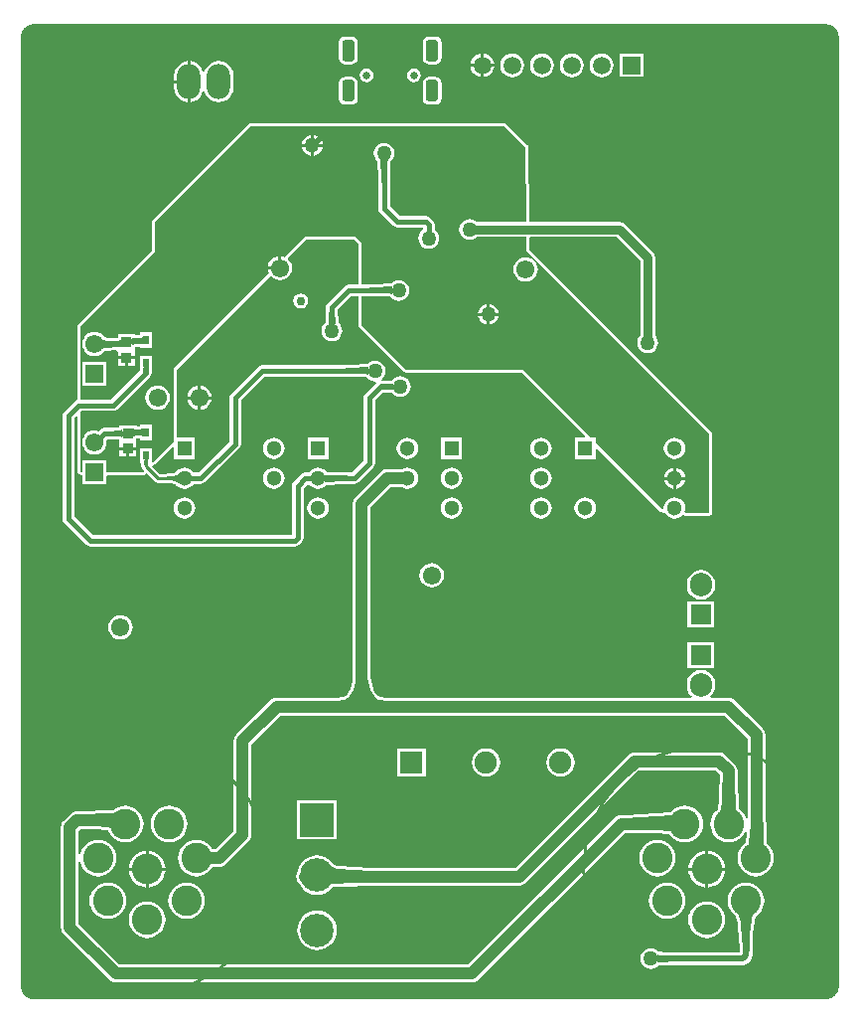
<source format=gbl>
G04*
G04 #@! TF.GenerationSoftware,Altium Limited,Altium Designer,20.0.10 (225)*
G04*
G04 Layer_Physical_Order=2*
G04 Layer_Color=16711680*
%FSLAX25Y25*%
%MOIN*%
G70*
G01*
G75*
%ADD10C,0.01000*%
%ADD11C,0.00787*%
%ADD17C,0.03937*%
%ADD22R,0.03740X0.03347*%
%ADD50C,0.02953*%
%ADD59R,0.11237X0.11237*%
%ADD60C,0.11237*%
%ADD61R,0.05118X0.05118*%
%ADD62C,0.05118*%
%ADD66C,0.01772*%
%ADD68C,0.02165*%
%ADD73C,0.02969*%
%ADD74C,0.10236*%
%ADD75C,0.06102*%
%ADD76R,0.07087X0.06693*%
%ADD77O,0.07480X0.07874*%
%ADD78R,0.06102X0.06102*%
%ADD79C,0.05906*%
%ADD80R,0.05906X0.05906*%
%ADD81O,0.07874X0.11811*%
%ADD82R,0.07480X0.07480*%
%ADD83C,0.07480*%
%ADD84C,0.02559*%
G04:AMPARAMS|DCode=85|XSize=41.34mil|YSize=72.84mil|CornerRadius=10.34mil|HoleSize=0mil|Usage=FLASHONLY|Rotation=180.000|XOffset=0mil|YOffset=0mil|HoleType=Round|Shape=RoundedRectangle|*
%AMROUNDEDRECTD85*
21,1,0.04134,0.05217,0,0,180.0*
21,1,0.02067,0.07284,0,0,180.0*
1,1,0.02067,-0.01034,0.02608*
1,1,0.02067,0.01034,0.02608*
1,1,0.02067,0.01034,-0.02608*
1,1,0.02067,-0.01034,-0.02608*
%
%ADD85ROUNDEDRECTD85*%
%ADD86C,0.05000*%
%ADD87R,0.01968X0.03150*%
G36*
X421228Y1562992D02*
Y1562992D01*
X421724Y1562982D01*
X422436Y1562841D01*
X423190Y1562529D01*
X423869Y1562075D01*
X424445Y1561499D01*
X424899Y1560820D01*
X425211Y1560066D01*
X425352Y1559357D01*
X425354Y1558858D01*
X425354D01*
Y1240555D01*
X425314Y1240057D01*
X425211Y1239540D01*
X424899Y1238786D01*
X424445Y1238108D01*
X423869Y1237531D01*
X423190Y1237078D01*
X422436Y1236765D01*
X421723Y1236623D01*
X421228Y1236610D01*
X421228Y1236610D01*
X421228Y1236610D01*
X155492Y1236606D01*
X155084D01*
X154284Y1236765D01*
X153530Y1237078D01*
X152852Y1237531D01*
X152275Y1238108D01*
X151822Y1238786D01*
X151509Y1239540D01*
X151350Y1240340D01*
Y1240748D01*
Y1558850D01*
Y1559258D01*
X151509Y1560058D01*
X151822Y1560812D01*
X152275Y1561491D01*
X152852Y1562068D01*
X153530Y1562521D01*
X154284Y1562833D01*
X155084Y1562992D01*
X421228D01*
X421228Y1562992D01*
D02*
G37*
%LPC*%
G36*
X306500Y1553421D02*
Y1550000D01*
X309921D01*
X309851Y1550532D01*
X309453Y1551493D01*
X308819Y1552319D01*
X307993Y1552953D01*
X307032Y1553351D01*
X306500Y1553421D01*
D02*
G37*
G36*
X305500D02*
X304968Y1553351D01*
X304007Y1552953D01*
X303181Y1552319D01*
X302547Y1551493D01*
X302149Y1550532D01*
X302079Y1550000D01*
X305500D01*
Y1553421D01*
D02*
G37*
G36*
X290183Y1559182D02*
X288116D01*
X287323Y1559024D01*
X286650Y1558574D01*
X286201Y1557902D01*
X286043Y1557108D01*
Y1551892D01*
X286201Y1551098D01*
X286650Y1550426D01*
X287323Y1549976D01*
X288116Y1549818D01*
X290183D01*
X290977Y1549976D01*
X291649Y1550426D01*
X292099Y1551098D01*
X292256Y1551892D01*
Y1557108D01*
X292099Y1557902D01*
X291649Y1558574D01*
X290977Y1559024D01*
X290183Y1559182D01*
D02*
G37*
G36*
X262034D02*
X259966D01*
X259173Y1559024D01*
X258501Y1558574D01*
X258051Y1557902D01*
X257893Y1557108D01*
Y1551892D01*
X258051Y1551098D01*
X258501Y1550426D01*
X259173Y1549976D01*
X259966Y1549818D01*
X262034D01*
X262827Y1549976D01*
X263499Y1550426D01*
X263949Y1551098D01*
X264107Y1551892D01*
Y1557108D01*
X263949Y1557902D01*
X263499Y1558574D01*
X262827Y1559024D01*
X262034Y1559182D01*
D02*
G37*
G36*
X217500Y1550948D02*
X216211Y1550778D01*
X215010Y1550281D01*
X213979Y1549490D01*
X213188Y1548458D01*
X212771Y1547452D01*
X212229D01*
X211812Y1548458D01*
X211021Y1549490D01*
X209990Y1550281D01*
X208789Y1550778D01*
X208000Y1550882D01*
Y1544000D01*
Y1537118D01*
X208789Y1537222D01*
X209990Y1537719D01*
X211021Y1538510D01*
X211812Y1539542D01*
X212229Y1540548D01*
X212771D01*
X213188Y1539542D01*
X213979Y1538510D01*
X215010Y1537719D01*
X216211Y1537222D01*
X217500Y1537052D01*
X218789Y1537222D01*
X219990Y1537719D01*
X221021Y1538510D01*
X221813Y1539542D01*
X222310Y1540743D01*
X222480Y1542031D01*
Y1545969D01*
X222310Y1547257D01*
X221813Y1548458D01*
X221021Y1549490D01*
X219990Y1550281D01*
X218789Y1550778D01*
X217500Y1550948D01*
D02*
G37*
G36*
X309921Y1549000D02*
X306500D01*
Y1545579D01*
X307032Y1545649D01*
X307993Y1546047D01*
X308819Y1546681D01*
X309453Y1547507D01*
X309851Y1548468D01*
X309921Y1549000D01*
D02*
G37*
G36*
X305500D02*
X302079D01*
X302149Y1548468D01*
X302547Y1547507D01*
X303181Y1546681D01*
X304007Y1546047D01*
X304968Y1545649D01*
X305500Y1545579D01*
Y1549000D01*
D02*
G37*
G36*
X359953Y1553453D02*
X352047D01*
Y1545547D01*
X359953D01*
Y1553453D01*
D02*
G37*
G36*
X346000Y1553487D02*
X344968Y1553351D01*
X344007Y1552953D01*
X343181Y1552319D01*
X342547Y1551493D01*
X342149Y1550532D01*
X342013Y1549500D01*
X342149Y1548468D01*
X342547Y1547507D01*
X343181Y1546681D01*
X344007Y1546047D01*
X344968Y1545649D01*
X346000Y1545513D01*
X347032Y1545649D01*
X347993Y1546047D01*
X348819Y1546681D01*
X349453Y1547507D01*
X349851Y1548468D01*
X349987Y1549500D01*
X349851Y1550532D01*
X349453Y1551493D01*
X348819Y1552319D01*
X347993Y1552953D01*
X347032Y1553351D01*
X346000Y1553487D01*
D02*
G37*
G36*
X336000D02*
X334968Y1553351D01*
X334007Y1552953D01*
X333181Y1552319D01*
X332547Y1551493D01*
X332149Y1550532D01*
X332013Y1549500D01*
X332149Y1548468D01*
X332547Y1547507D01*
X333181Y1546681D01*
X334007Y1546047D01*
X334968Y1545649D01*
X336000Y1545513D01*
X337032Y1545649D01*
X337993Y1546047D01*
X338819Y1546681D01*
X339453Y1547507D01*
X339851Y1548468D01*
X339987Y1549500D01*
X339851Y1550532D01*
X339453Y1551493D01*
X338819Y1552319D01*
X337993Y1552953D01*
X337032Y1553351D01*
X336000Y1553487D01*
D02*
G37*
G36*
X326000D02*
X324968Y1553351D01*
X324007Y1552953D01*
X323181Y1552319D01*
X322547Y1551493D01*
X322149Y1550532D01*
X322013Y1549500D01*
X322149Y1548468D01*
X322547Y1547507D01*
X323181Y1546681D01*
X324007Y1546047D01*
X324968Y1545649D01*
X326000Y1545513D01*
X327032Y1545649D01*
X327993Y1546047D01*
X328819Y1546681D01*
X329453Y1547507D01*
X329851Y1548468D01*
X329987Y1549500D01*
X329851Y1550532D01*
X329453Y1551493D01*
X328819Y1552319D01*
X327993Y1552953D01*
X327032Y1553351D01*
X326000Y1553487D01*
D02*
G37*
G36*
X316000D02*
X314968Y1553351D01*
X314007Y1552953D01*
X313181Y1552319D01*
X312547Y1551493D01*
X312149Y1550532D01*
X312013Y1549500D01*
X312149Y1548468D01*
X312547Y1547507D01*
X313181Y1546681D01*
X314007Y1546047D01*
X314968Y1545649D01*
X316000Y1545513D01*
X317032Y1545649D01*
X317993Y1546047D01*
X318819Y1546681D01*
X319453Y1547507D01*
X319851Y1548468D01*
X319987Y1549500D01*
X319851Y1550532D01*
X319453Y1551493D01*
X318819Y1552319D01*
X317993Y1552953D01*
X317032Y1553351D01*
X316000Y1553487D01*
D02*
G37*
G36*
X207000Y1550882D02*
X206211Y1550778D01*
X205010Y1550281D01*
X203979Y1549490D01*
X203187Y1548458D01*
X202690Y1547257D01*
X202520Y1545969D01*
Y1544500D01*
X207000D01*
Y1550882D01*
D02*
G37*
G36*
X282949Y1548438D02*
X282059Y1548261D01*
X281305Y1547758D01*
X280802Y1547004D01*
X280625Y1546114D01*
X280802Y1545225D01*
X281305Y1544471D01*
X282059Y1543967D01*
X282949Y1543790D01*
X283838Y1543967D01*
X284592Y1544471D01*
X285096Y1545225D01*
X285273Y1546114D01*
X285096Y1547004D01*
X284592Y1547758D01*
X283838Y1548261D01*
X282949Y1548438D01*
D02*
G37*
G36*
X267201D02*
X266311Y1548261D01*
X265557Y1547758D01*
X265054Y1547004D01*
X264877Y1546114D01*
X265054Y1545225D01*
X265557Y1544471D01*
X266311Y1543967D01*
X267201Y1543790D01*
X268090Y1543967D01*
X268844Y1544471D01*
X269348Y1545225D01*
X269525Y1546114D01*
X269348Y1547004D01*
X268844Y1547758D01*
X268090Y1548261D01*
X267201Y1548438D01*
D02*
G37*
G36*
X207000Y1543500D02*
X202520D01*
Y1542031D01*
X202690Y1540743D01*
X203187Y1539542D01*
X203979Y1538510D01*
X205010Y1537719D01*
X206211Y1537222D01*
X207000Y1537118D01*
Y1543500D01*
D02*
G37*
G36*
X290183Y1545599D02*
X288116D01*
X287323Y1545441D01*
X286650Y1544992D01*
X286201Y1544319D01*
X286043Y1543526D01*
Y1538309D01*
X286201Y1537516D01*
X286650Y1536843D01*
X287323Y1536394D01*
X288116Y1536236D01*
X290183D01*
X290977Y1536394D01*
X291649Y1536843D01*
X292099Y1537516D01*
X292256Y1538309D01*
Y1543526D01*
X292099Y1544319D01*
X291649Y1544992D01*
X290977Y1545441D01*
X290183Y1545599D01*
D02*
G37*
G36*
X262034D02*
X259966D01*
X259173Y1545441D01*
X258501Y1544992D01*
X258051Y1544319D01*
X257893Y1543526D01*
Y1538309D01*
X258051Y1537516D01*
X258501Y1536843D01*
X259173Y1536394D01*
X259966Y1536236D01*
X262034D01*
X262827Y1536394D01*
X263499Y1536843D01*
X263949Y1537516D01*
X264107Y1538309D01*
Y1543526D01*
X263949Y1544319D01*
X263499Y1544992D01*
X262827Y1545441D01*
X262034Y1545599D01*
D02*
G37*
G36*
X245000Y1473025D02*
X244034Y1472833D01*
X243215Y1472285D01*
X242667Y1471466D01*
X242475Y1470500D01*
X242667Y1469534D01*
X243215Y1468715D01*
X244034Y1468167D01*
X245000Y1467975D01*
X245966Y1468167D01*
X246785Y1468715D01*
X247333Y1469534D01*
X247525Y1470500D01*
X247333Y1471466D01*
X246785Y1472285D01*
X245966Y1472833D01*
X245000Y1473025D01*
D02*
G37*
G36*
X228000Y1530020D02*
X227610Y1529942D01*
X227279Y1529721D01*
X195279Y1497721D01*
X195058Y1497390D01*
X194980Y1497000D01*
X194980Y1487422D01*
X170279Y1462721D01*
X170058Y1462390D01*
X169980Y1462000D01*
X169980Y1437423D01*
X170000Y1437323D01*
X169764Y1437276D01*
X169140Y1436860D01*
X165640Y1433360D01*
X165224Y1432736D01*
X165077Y1432000D01*
Y1397500D01*
X165224Y1396764D01*
X165640Y1396140D01*
X173140Y1388640D01*
X173764Y1388224D01*
X174500Y1388077D01*
X242962D01*
X243698Y1388224D01*
X244322Y1388640D01*
X245360Y1389678D01*
X245776Y1390302D01*
X245923Y1391038D01*
Y1407704D01*
X247296Y1409077D01*
X247823D01*
X248295Y1408462D01*
X249039Y1407891D01*
X249904Y1407533D01*
X250833Y1407410D01*
X251762Y1407533D01*
X252628Y1407891D01*
X253372Y1408462D01*
X253577Y1408729D01*
X259288Y1409077D01*
X263000D01*
X263736Y1409224D01*
X264360Y1409640D01*
X269360Y1414640D01*
X269776Y1415264D01*
X269923Y1416000D01*
Y1437204D01*
X272530Y1439811D01*
X273159D01*
X275541Y1439782D01*
X275959Y1439237D01*
X276690Y1438676D01*
X277541Y1438323D01*
X278455Y1438203D01*
X279368Y1438323D01*
X280220Y1438676D01*
X280951Y1439237D01*
X281512Y1439968D01*
X281865Y1440820D01*
X281985Y1441733D01*
X281865Y1442647D01*
X281512Y1443499D01*
X280951Y1444230D01*
X280220Y1444791D01*
X279368Y1445143D01*
X278455Y1445264D01*
X277541Y1445143D01*
X276690Y1444791D01*
X275959Y1444230D01*
X275571Y1443725D01*
X272497Y1443656D01*
X272213D01*
X272043Y1444156D01*
X272496Y1444504D01*
X273057Y1445235D01*
X273410Y1446086D01*
X273530Y1447000D01*
X273410Y1447914D01*
X273057Y1448765D01*
X272496Y1449496D01*
X271765Y1450057D01*
X270914Y1450410D01*
X270000Y1450530D01*
X269086Y1450410D01*
X268235Y1450057D01*
X267504Y1449496D01*
X267312Y1449247D01*
X261769Y1448923D01*
X232000D01*
X231264Y1448776D01*
X230640Y1448360D01*
X221640Y1439360D01*
X221224Y1438736D01*
X221077Y1438000D01*
Y1423296D01*
X210704Y1412923D01*
X209011D01*
X208538Y1413538D01*
X207795Y1414109D01*
X206929Y1414467D01*
X206000Y1414590D01*
X205071Y1414467D01*
X204205Y1414109D01*
X203462Y1413538D01*
X203241Y1413251D01*
X203226Y1413241D01*
X203121Y1413142D01*
X202998Y1413074D01*
X202705Y1412969D01*
X202262Y1412860D01*
X201712Y1412765D01*
X198148Y1412529D01*
X197634D01*
X195140Y1415024D01*
X195386Y1415484D01*
X195484Y1415465D01*
X195874Y1415542D01*
X196205Y1415763D01*
X201979Y1421537D01*
X202441Y1421346D01*
Y1417441D01*
X209559D01*
Y1424559D01*
X203461D01*
Y1447519D01*
X234600Y1478658D01*
X235099Y1478626D01*
X235111Y1478611D01*
X235957Y1477961D01*
X236942Y1477553D01*
X238000Y1477414D01*
X239058Y1477553D01*
X240043Y1477961D01*
X240889Y1478611D01*
X241539Y1479457D01*
X241947Y1480442D01*
X242086Y1481500D01*
X241947Y1482558D01*
X241539Y1483543D01*
X240889Y1484389D01*
X240874Y1484401D01*
X240842Y1484900D01*
X246922Y1490981D01*
X263065D01*
X264480Y1489507D01*
Y1475923D01*
X261000D01*
X260264Y1475776D01*
X259640Y1475360D01*
X254140Y1469860D01*
X253724Y1469236D01*
X253577Y1468500D01*
Y1467517D01*
X253532Y1464911D01*
X253456Y1463793D01*
X253411Y1463428D01*
X253385Y1463289D01*
X253004Y1462996D01*
X252443Y1462265D01*
X252090Y1461414D01*
X251970Y1460500D01*
X252090Y1459586D01*
X252443Y1458735D01*
X253004Y1458004D01*
X253735Y1457443D01*
X254586Y1457090D01*
X255500Y1456970D01*
X256414Y1457090D01*
X257265Y1457443D01*
X257996Y1458004D01*
X258557Y1458735D01*
X258910Y1459586D01*
X259030Y1460500D01*
X258910Y1461414D01*
X258557Y1462265D01*
X257996Y1462996D01*
X257697Y1463226D01*
X257423Y1467268D01*
Y1467704D01*
X261796Y1472077D01*
X264480D01*
Y1462500D01*
X264558Y1462110D01*
X264779Y1461779D01*
X279779Y1446779D01*
X279915Y1446688D01*
X280044Y1446588D01*
X280544Y1446338D01*
X280579Y1446328D01*
X280610Y1446308D01*
X280770Y1446276D01*
X280928Y1446233D01*
X280964Y1446237D01*
X281000Y1446230D01*
X319328D01*
X340537Y1425021D01*
X340346Y1424559D01*
X336941D01*
Y1417441D01*
X344059D01*
Y1420846D01*
X344521Y1421037D01*
X365746Y1399811D01*
X365775Y1399793D01*
X365795Y1399766D01*
X365939Y1399683D01*
X366077Y1399590D01*
X366110Y1399584D01*
X366140Y1399567D01*
X366304Y1399545D01*
X366467Y1399513D01*
X366501Y1399519D01*
X366534Y1399515D01*
X366695Y1399558D01*
X366858Y1399590D01*
X367307Y1399408D01*
X367391Y1399205D01*
X367962Y1398462D01*
X368705Y1397891D01*
X369571Y1397533D01*
X370500Y1397410D01*
X371429Y1397533D01*
X372295Y1397891D01*
X373038Y1398462D01*
X373060Y1398490D01*
X373168Y1398568D01*
X373615Y1398652D01*
X373707Y1398614D01*
X373791Y1398558D01*
X373889Y1398538D01*
X373982Y1398500D01*
X374082D01*
X374181Y1398480D01*
X382000Y1398480D01*
X382390Y1398558D01*
X382721Y1398779D01*
X382942Y1399110D01*
X383020Y1399500D01*
X383020Y1426000D01*
X382942Y1426390D01*
X382721Y1426721D01*
X321766Y1487675D01*
X321739Y1491555D01*
X322091Y1491910D01*
X351008D01*
X358967Y1483951D01*
Y1458948D01*
X358443Y1458265D01*
X358090Y1457414D01*
X357970Y1456500D01*
X358090Y1455586D01*
X358443Y1454735D01*
X359004Y1454004D01*
X359735Y1453443D01*
X360586Y1453090D01*
X361500Y1452970D01*
X362414Y1453090D01*
X363265Y1453443D01*
X363996Y1454004D01*
X364557Y1454735D01*
X364910Y1455586D01*
X365030Y1456500D01*
X364910Y1457414D01*
X364557Y1458265D01*
X364033Y1458948D01*
Y1485000D01*
X363840Y1485969D01*
X363291Y1486791D01*
X353848Y1496234D01*
X353027Y1496783D01*
X352057Y1496976D01*
X322104D01*
X321711Y1497322D01*
X321697Y1497338D01*
X321520Y1522007D01*
X321480Y1522198D01*
X321442Y1522390D01*
X321440Y1522393D01*
X321439Y1522397D01*
X321329Y1522559D01*
X321221Y1522721D01*
X314221Y1529721D01*
X313890Y1529942D01*
X313500Y1530020D01*
X279000Y1530020D01*
X228000Y1530020D01*
D02*
G37*
G36*
X211500Y1442020D02*
Y1438500D01*
X215020D01*
X214947Y1439058D01*
X214539Y1440043D01*
X213889Y1440889D01*
X213043Y1441539D01*
X212058Y1441947D01*
X211500Y1442020D01*
D02*
G37*
G36*
X210500D02*
X209942Y1441947D01*
X208957Y1441539D01*
X208111Y1440889D01*
X207461Y1440043D01*
X207053Y1439058D01*
X206980Y1438500D01*
X210500D01*
Y1442020D01*
D02*
G37*
G36*
X215020Y1437500D02*
X211500D01*
Y1433980D01*
X212058Y1434053D01*
X213043Y1434461D01*
X213889Y1435111D01*
X214539Y1435957D01*
X214947Y1436942D01*
X215020Y1437500D01*
D02*
G37*
G36*
X210500D02*
X206980D01*
X207053Y1436942D01*
X207461Y1435957D01*
X208111Y1435111D01*
X208957Y1434461D01*
X209942Y1434053D01*
X210500Y1433980D01*
Y1437500D01*
D02*
G37*
G36*
X299226Y1424559D02*
X292108D01*
Y1417441D01*
X299226D01*
Y1424559D01*
D02*
G37*
G36*
X325667Y1424590D02*
X324738Y1424467D01*
X323872Y1424109D01*
X323128Y1423538D01*
X322558Y1422795D01*
X322199Y1421929D01*
X322077Y1421000D01*
X322199Y1420071D01*
X322558Y1419205D01*
X323128Y1418462D01*
X323872Y1417891D01*
X324738Y1417533D01*
X325667Y1417410D01*
X326596Y1417533D01*
X327462Y1417891D01*
X328205Y1418462D01*
X328776Y1419205D01*
X329134Y1420071D01*
X329256Y1421000D01*
X329134Y1421929D01*
X328776Y1422795D01*
X328205Y1423538D01*
X327462Y1424109D01*
X326596Y1424467D01*
X325667Y1424590D01*
D02*
G37*
G36*
X280833D02*
X279904Y1424467D01*
X279039Y1424109D01*
X278295Y1423538D01*
X277725Y1422795D01*
X277366Y1421929D01*
X277244Y1421000D01*
X277366Y1420071D01*
X277725Y1419205D01*
X278295Y1418462D01*
X279039Y1417891D01*
X279904Y1417533D01*
X280833Y1417410D01*
X281762Y1417533D01*
X282628Y1417891D01*
X283372Y1418462D01*
X283942Y1419205D01*
X284301Y1420071D01*
X284423Y1421000D01*
X284301Y1421929D01*
X283942Y1422795D01*
X283372Y1423538D01*
X282628Y1424109D01*
X281762Y1424467D01*
X280833Y1424590D01*
D02*
G37*
G36*
X325667Y1414590D02*
X324738Y1414467D01*
X323872Y1414109D01*
X323128Y1413538D01*
X322558Y1412795D01*
X322199Y1411929D01*
X322077Y1411000D01*
X322199Y1410071D01*
X322558Y1409205D01*
X323128Y1408462D01*
X323872Y1407891D01*
X324738Y1407533D01*
X325667Y1407410D01*
X326596Y1407533D01*
X327462Y1407891D01*
X328205Y1408462D01*
X328776Y1409205D01*
X329134Y1410071D01*
X329256Y1411000D01*
X329134Y1411929D01*
X328776Y1412795D01*
X328205Y1413538D01*
X327462Y1414109D01*
X326596Y1414467D01*
X325667Y1414590D01*
D02*
G37*
G36*
X295667D02*
X294738Y1414467D01*
X293872Y1414109D01*
X293128Y1413538D01*
X292558Y1412795D01*
X292199Y1411929D01*
X292077Y1411000D01*
X292199Y1410071D01*
X292558Y1409205D01*
X293128Y1408462D01*
X293872Y1407891D01*
X294738Y1407533D01*
X295667Y1407410D01*
X296596Y1407533D01*
X297462Y1407891D01*
X298205Y1408462D01*
X298776Y1409205D01*
X299134Y1410071D01*
X299256Y1411000D01*
X299134Y1411929D01*
X298776Y1412795D01*
X298205Y1413538D01*
X297462Y1414109D01*
X296596Y1414467D01*
X295667Y1414590D01*
D02*
G37*
G36*
X280833D02*
X279904Y1414467D01*
X279039Y1414109D01*
X278889Y1413994D01*
X274000D01*
X273225Y1413892D01*
X272503Y1413593D01*
X271883Y1413117D01*
X263383Y1404617D01*
X262907Y1403997D01*
X262608Y1403275D01*
X262506Y1402500D01*
Y1346136D01*
X262455Y1344511D01*
X262286Y1342922D01*
X262012Y1341549D01*
X261639Y1340395D01*
X261180Y1339459D01*
X260646Y1338731D01*
X260042Y1338190D01*
X259356Y1337809D01*
X258558Y1337574D01*
X257650Y1337494D01*
X237000D01*
X236225Y1337392D01*
X235503Y1337093D01*
X234883Y1336617D01*
X223383Y1325117D01*
X222907Y1324497D01*
X222608Y1323775D01*
X222506Y1323000D01*
Y1292740D01*
X216450Y1286685D01*
X215322D01*
X215108Y1287085D01*
X214343Y1288016D01*
X213411Y1288781D01*
X212349Y1289349D01*
X211195Y1289699D01*
X209996Y1289817D01*
X208797Y1289699D01*
X207643Y1289349D01*
X206581Y1288781D01*
X205649Y1288016D01*
X204884Y1287085D01*
X204316Y1286022D01*
X203966Y1284869D01*
X203848Y1283669D01*
X203966Y1282470D01*
X204316Y1281317D01*
X204884Y1280254D01*
X205649Y1279322D01*
X206581Y1278558D01*
X207643Y1277990D01*
X208797Y1277640D01*
X209996Y1277522D01*
X211195Y1277640D01*
X212349Y1277990D01*
X213411Y1278558D01*
X214343Y1279322D01*
X215108Y1280254D01*
X215344Y1280696D01*
X217690D01*
X218465Y1280798D01*
X219188Y1281098D01*
X219808Y1281573D01*
X227617Y1289383D01*
X228093Y1290003D01*
X228392Y1290725D01*
X228494Y1291500D01*
Y1321760D01*
X238240Y1331506D01*
X387260D01*
X395006Y1323760D01*
Y1303294D01*
X394939Y1297179D01*
X394438Y1297108D01*
X394314Y1297518D01*
X393745Y1298581D01*
X392981Y1299512D01*
X392331Y1300046D01*
X392306Y1300081D01*
X392231Y1300307D01*
X391632Y1310454D01*
X391628Y1311345D01*
Y1312866D01*
X391526Y1313641D01*
X391351Y1314064D01*
X391227Y1314363D01*
X390751Y1314983D01*
X387617Y1318117D01*
X386997Y1318593D01*
X386275Y1318892D01*
X385500Y1318994D01*
X357000D01*
X356225Y1318892D01*
X355802Y1318717D01*
X355503Y1318593D01*
X354883Y1318117D01*
X317260Y1280494D01*
X271451D01*
X269632Y1280502D01*
X262071Y1280716D01*
X258636Y1280998D01*
X257432Y1281174D01*
X256579Y1281365D01*
X256160Y1281524D01*
X256091Y1281581D01*
X256030Y1281695D01*
X255203Y1282703D01*
X254195Y1283530D01*
X253045Y1284144D01*
X251797Y1284523D01*
X250500Y1284651D01*
X249203Y1284523D01*
X247955Y1284144D01*
X246805Y1283530D01*
X245797Y1282703D01*
X244970Y1281695D01*
X244356Y1280545D01*
X243977Y1279298D01*
X243954Y1279058D01*
X243907Y1278997D01*
X243608Y1278275D01*
X243506Y1277500D01*
X243608Y1276725D01*
X243907Y1276003D01*
X244383Y1275383D01*
X244402Y1275368D01*
X244970Y1274305D01*
X245797Y1273297D01*
X246805Y1272470D01*
X247955Y1271856D01*
X249203Y1271477D01*
X250500Y1271350D01*
X251797Y1271477D01*
X253045Y1271856D01*
X254195Y1272470D01*
X255203Y1273297D01*
X255685Y1273885D01*
X272261Y1274506D01*
X318500D01*
X319275Y1274608D01*
X319997Y1274907D01*
X320617Y1275383D01*
X358240Y1313006D01*
X384260D01*
X385623Y1311643D01*
X385492Y1304592D01*
X385302Y1301945D01*
X385184Y1301020D01*
X385058Y1300373D01*
X384962Y1300081D01*
X384936Y1300045D01*
X384287Y1299512D01*
X383522Y1298581D01*
X382954Y1297518D01*
X382604Y1296365D01*
X382486Y1295165D01*
X382604Y1293966D01*
X382954Y1292813D01*
X383522Y1291750D01*
X384287Y1290818D01*
X385218Y1290054D01*
X386281Y1289486D01*
X387435Y1289136D01*
X388634Y1289018D01*
X389833Y1289136D01*
X390986Y1289486D01*
X392049Y1290054D01*
X392981Y1290818D01*
X393745Y1291750D01*
X394260Y1292713D01*
X394754Y1292576D01*
X394672Y1290917D01*
X394554Y1289834D01*
X394426Y1289073D01*
X394338Y1288769D01*
X393421Y1288016D01*
X392656Y1287085D01*
X392631Y1287038D01*
D01*
X392088Y1286022D01*
X391738Y1284869D01*
X391620Y1283669D01*
X391738Y1282470D01*
X392088Y1281317D01*
X392656Y1280254D01*
X393421Y1279322D01*
X394352Y1278558D01*
X395415Y1277990D01*
X396568Y1277640D01*
X397768Y1277522D01*
X398967Y1277640D01*
X400120Y1277990D01*
X401183Y1278558D01*
X402115Y1279322D01*
X402879Y1280254D01*
X403447Y1281317D01*
X403797Y1282470D01*
X403915Y1283669D01*
X403797Y1284869D01*
X403447Y1286022D01*
X402879Y1287085D01*
X402115Y1288016D01*
X401556Y1288475D01*
X400994Y1303502D01*
Y1325000D01*
X400892Y1325775D01*
X400593Y1326497D01*
X400117Y1327117D01*
X390617Y1336617D01*
X389997Y1337093D01*
X389275Y1337392D01*
X388500Y1337494D01*
X382622D01*
X382461Y1337968D01*
X382751Y1338190D01*
X383511Y1339180D01*
X383988Y1340333D01*
X384151Y1341571D01*
Y1341965D01*
X383988Y1343202D01*
X383511Y1344355D01*
X382751Y1345345D01*
X381761Y1346105D01*
X380608Y1346583D01*
X379370Y1346746D01*
X378133Y1346583D01*
X376980Y1346105D01*
X375989Y1345345D01*
X375230Y1344355D01*
X374752Y1343202D01*
X374589Y1341965D01*
Y1341571D01*
X374752Y1340333D01*
X375230Y1339180D01*
X375989Y1338190D01*
X376279Y1337968D01*
X376119Y1337494D01*
X273350D01*
X272442Y1337574D01*
X271644Y1337809D01*
X270958Y1338190D01*
X270354Y1338731D01*
X269820Y1339459D01*
X269361Y1340395D01*
X268988Y1341549D01*
X268714Y1342922D01*
X268545Y1344511D01*
X268494Y1346136D01*
Y1401260D01*
X275240Y1408006D01*
X278889D01*
X279039Y1407891D01*
X279904Y1407533D01*
X280833Y1407410D01*
X281762Y1407533D01*
X282628Y1407891D01*
X283372Y1408462D01*
X283942Y1409205D01*
X284301Y1410071D01*
X284423Y1411000D01*
X284301Y1411929D01*
X283942Y1412795D01*
X283372Y1413538D01*
X282628Y1414109D01*
X281762Y1414467D01*
X280833Y1414590D01*
D02*
G37*
G36*
X340500Y1404590D02*
X339571Y1404467D01*
X338705Y1404109D01*
X337962Y1403538D01*
X337391Y1402795D01*
X337033Y1401929D01*
X336910Y1401000D01*
X337033Y1400071D01*
X337391Y1399205D01*
X337962Y1398462D01*
X338705Y1397891D01*
X339571Y1397533D01*
X340500Y1397410D01*
X341429Y1397533D01*
X342295Y1397891D01*
X343038Y1398462D01*
X343609Y1399205D01*
X343967Y1400071D01*
X344090Y1401000D01*
X343967Y1401929D01*
X343609Y1402795D01*
X343038Y1403538D01*
X342295Y1404109D01*
X341429Y1404467D01*
X340500Y1404590D01*
D02*
G37*
G36*
X325667D02*
X324738Y1404467D01*
X323872Y1404109D01*
X323128Y1403538D01*
X322558Y1402795D01*
X322199Y1401929D01*
X322077Y1401000D01*
X322199Y1400071D01*
X322558Y1399205D01*
X323128Y1398462D01*
X323872Y1397891D01*
X324738Y1397533D01*
X325667Y1397410D01*
X326596Y1397533D01*
X327462Y1397891D01*
X328205Y1398462D01*
X328776Y1399205D01*
X329134Y1400071D01*
X329256Y1401000D01*
X329134Y1401929D01*
X328776Y1402795D01*
X328205Y1403538D01*
X327462Y1404109D01*
X326596Y1404467D01*
X325667Y1404590D01*
D02*
G37*
G36*
X295667D02*
X294738Y1404467D01*
X293872Y1404109D01*
X293128Y1403538D01*
X292558Y1402795D01*
X292199Y1401929D01*
X292077Y1401000D01*
X292199Y1400071D01*
X292558Y1399205D01*
X293128Y1398462D01*
X293872Y1397891D01*
X294738Y1397533D01*
X295667Y1397410D01*
X296596Y1397533D01*
X297462Y1397891D01*
X298205Y1398462D01*
X298776Y1399205D01*
X299134Y1400071D01*
X299256Y1401000D01*
X299134Y1401929D01*
X298776Y1402795D01*
X298205Y1403538D01*
X297462Y1404109D01*
X296596Y1404467D01*
X295667Y1404590D01*
D02*
G37*
G36*
X250833D02*
X249904Y1404467D01*
X249039Y1404109D01*
X248295Y1403538D01*
X247725Y1402795D01*
X247366Y1401929D01*
X247244Y1401000D01*
X247366Y1400071D01*
X247725Y1399205D01*
X248295Y1398462D01*
X249039Y1397891D01*
X249904Y1397533D01*
X250833Y1397410D01*
X251762Y1397533D01*
X252628Y1397891D01*
X253372Y1398462D01*
X253942Y1399205D01*
X254301Y1400071D01*
X254423Y1401000D01*
X254301Y1401929D01*
X253942Y1402795D01*
X253372Y1403538D01*
X252628Y1404109D01*
X251762Y1404467D01*
X250833Y1404590D01*
D02*
G37*
G36*
X289000Y1382586D02*
X287942Y1382447D01*
X286957Y1382039D01*
X286111Y1381389D01*
X285461Y1380543D01*
X285053Y1379558D01*
X284914Y1378500D01*
X285053Y1377442D01*
X285461Y1376457D01*
X286111Y1375611D01*
X286957Y1374961D01*
X287942Y1374553D01*
X289000Y1374414D01*
X290058Y1374553D01*
X291043Y1374961D01*
X291889Y1375611D01*
X292539Y1376457D01*
X292947Y1377442D01*
X293086Y1378500D01*
X292947Y1379558D01*
X292539Y1380543D01*
X291889Y1381389D01*
X291043Y1382039D01*
X290058Y1382447D01*
X289000Y1382586D01*
D02*
G37*
G36*
X379370Y1380246D02*
X378133Y1380083D01*
X376980Y1379605D01*
X375989Y1378845D01*
X375230Y1377855D01*
X374752Y1376702D01*
X374589Y1375465D01*
Y1375071D01*
X374752Y1373833D01*
X375230Y1372680D01*
X375989Y1371690D01*
X376980Y1370930D01*
X378133Y1370453D01*
X379370Y1370290D01*
X380608Y1370453D01*
X381761Y1370930D01*
X382751Y1371690D01*
X383511Y1372680D01*
X383988Y1373833D01*
X384151Y1375071D01*
Y1375465D01*
X383988Y1376702D01*
X383511Y1377855D01*
X382751Y1378845D01*
X381761Y1379605D01*
X380608Y1380083D01*
X379370Y1380246D01*
D02*
G37*
G36*
X383913Y1369614D02*
X374827D01*
Y1360921D01*
X383913D01*
Y1369614D01*
D02*
G37*
G36*
X184500Y1365086D02*
X183442Y1364947D01*
X182457Y1364539D01*
X181611Y1363889D01*
X180961Y1363043D01*
X180553Y1362058D01*
X180414Y1361000D01*
X180553Y1359942D01*
X180961Y1358957D01*
X181611Y1358111D01*
X182457Y1357461D01*
X183442Y1357053D01*
X184500Y1356914D01*
X185558Y1357053D01*
X186543Y1357461D01*
X187389Y1358111D01*
X188039Y1358957D01*
X188447Y1359942D01*
X188586Y1361000D01*
X188447Y1362058D01*
X188039Y1363043D01*
X187389Y1363889D01*
X186543Y1364539D01*
X185558Y1364947D01*
X184500Y1365086D01*
D02*
G37*
G36*
X383913Y1356114D02*
X374827D01*
Y1347421D01*
X383913D01*
Y1356114D01*
D02*
G37*
G36*
X286988Y1320487D02*
X277508D01*
Y1311007D01*
X286988D01*
Y1320487D01*
D02*
G37*
G36*
X332248Y1320528D02*
X331011Y1320365D01*
X329858Y1319888D01*
X328868Y1319128D01*
X328108Y1318137D01*
X327630Y1316984D01*
X327467Y1315747D01*
X327630Y1314509D01*
X328108Y1313356D01*
X328868Y1312366D01*
X329858Y1311607D01*
X331011Y1311129D01*
X332248Y1310966D01*
X333486Y1311129D01*
X334639Y1311607D01*
X335629Y1312366D01*
X336389Y1313356D01*
X336866Y1314509D01*
X337029Y1315747D01*
X336866Y1316984D01*
X336389Y1318137D01*
X335629Y1319128D01*
X334639Y1319888D01*
X333486Y1320365D01*
X332248Y1320528D01*
D02*
G37*
G36*
X307248D02*
X306011Y1320365D01*
X304858Y1319888D01*
X303868Y1319128D01*
X303108Y1318137D01*
X302630Y1316984D01*
X302467Y1315747D01*
X302630Y1314509D01*
X303108Y1313356D01*
X303868Y1312366D01*
X304858Y1311607D01*
X306011Y1311129D01*
X307248Y1310966D01*
X308486Y1311129D01*
X309639Y1311607D01*
X310629Y1312366D01*
X311389Y1313356D01*
X311866Y1314509D01*
X312029Y1315747D01*
X311866Y1316984D01*
X311389Y1318137D01*
X310629Y1319128D01*
X309639Y1319888D01*
X308486Y1320365D01*
X307248Y1320528D01*
D02*
G37*
G36*
X257119Y1303119D02*
X243882D01*
Y1289882D01*
X257119D01*
Y1303119D01*
D02*
G37*
G36*
X200862Y1301313D02*
X199663Y1301195D01*
X198510Y1300845D01*
X197447Y1300277D01*
X196515Y1299512D01*
X195751Y1298581D01*
X195183Y1297518D01*
X194833Y1296365D01*
X194714Y1295165D01*
X194833Y1293966D01*
X195183Y1292813D01*
X195751Y1291750D01*
X196515Y1290818D01*
X197447Y1290054D01*
X198510Y1289486D01*
X199663Y1289136D01*
X200862Y1289018D01*
X202062Y1289136D01*
X203215Y1289486D01*
X204278Y1290054D01*
X205209Y1290818D01*
X205974Y1291750D01*
X206542Y1292813D01*
X206892Y1293966D01*
X207010Y1295165D01*
X206892Y1296365D01*
X206542Y1297518D01*
X205974Y1298581D01*
X205209Y1299512D01*
X204278Y1300277D01*
X203215Y1300845D01*
X202062Y1301195D01*
X200862Y1301313D01*
D02*
G37*
G36*
X373909D02*
X372710Y1301195D01*
X371557Y1300845D01*
X370494Y1300277D01*
X369562Y1299512D01*
X369058Y1298897D01*
X353929Y1298160D01*
X352665D01*
X351890Y1298057D01*
X351168Y1297758D01*
X350548Y1297283D01*
X301260Y1247994D01*
X184240D01*
X170494Y1261740D01*
Y1282201D01*
X170994Y1282275D01*
X171285Y1281317D01*
X171853Y1280254D01*
X172617Y1279322D01*
X173549Y1278558D01*
X174612Y1277990D01*
X175765Y1277640D01*
X176965Y1277522D01*
X178164Y1277640D01*
X179317Y1277990D01*
X180380Y1278558D01*
X181312Y1279322D01*
X182076Y1280254D01*
X182644Y1281317D01*
X182994Y1282470D01*
X183112Y1283669D01*
X182994Y1284869D01*
X182644Y1286022D01*
X182076Y1287085D01*
X181312Y1288016D01*
X180380Y1288781D01*
X179317Y1289349D01*
X178164Y1289699D01*
X176965Y1289817D01*
X175765Y1289699D01*
X174612Y1289349D01*
X173549Y1288781D01*
X172617Y1288016D01*
X171853Y1287085D01*
X171285Y1286022D01*
X170994Y1285064D01*
X170494Y1285138D01*
Y1292824D01*
X171031Y1293361D01*
X176973Y1293258D01*
X179210Y1293106D01*
X179963Y1293012D01*
X180425Y1292921D01*
X180458Y1292813D01*
X181026Y1291750D01*
X181791Y1290818D01*
X182722Y1290054D01*
X183785Y1289486D01*
X184938Y1289136D01*
X186138Y1289018D01*
X187337Y1289136D01*
X188490Y1289486D01*
X189553Y1290054D01*
X190485Y1290818D01*
X191249Y1291750D01*
X191817Y1292813D01*
X192167Y1293966D01*
X192286Y1295165D01*
X192167Y1296365D01*
X191817Y1297518D01*
X191249Y1298581D01*
X190485Y1299512D01*
X189553Y1300277D01*
X188490Y1300845D01*
X187337Y1301195D01*
X186138Y1301313D01*
X184938Y1301195D01*
X183785Y1300845D01*
X182722Y1300277D01*
X182115Y1299779D01*
X169966Y1299365D01*
X169806D01*
X169031Y1299263D01*
X168608Y1299088D01*
X168309Y1298964D01*
X167689Y1298488D01*
X165383Y1296182D01*
X164907Y1295561D01*
X164608Y1294839D01*
X164506Y1294064D01*
Y1260500D01*
X164608Y1259725D01*
X164907Y1259003D01*
X165383Y1258383D01*
X180883Y1242883D01*
X181503Y1242407D01*
X181802Y1242283D01*
X182225Y1242108D01*
X183000Y1242006D01*
X302500D01*
X303275Y1242108D01*
X303997Y1242407D01*
X304617Y1242883D01*
X353906Y1292171D01*
X354185D01*
X365358Y1291986D01*
X367856Y1291806D01*
X368609Y1291702D01*
X368894Y1291633D01*
X369562Y1290818D01*
X370494Y1290054D01*
X371557Y1289486D01*
X372710Y1289136D01*
X373909Y1289018D01*
X375109Y1289136D01*
X376262Y1289486D01*
X377325Y1290054D01*
X378257Y1290818D01*
X379021Y1291750D01*
X379589Y1292813D01*
X379939Y1293966D01*
X380057Y1295165D01*
X379939Y1296365D01*
X379589Y1297518D01*
X379021Y1298581D01*
X378257Y1299512D01*
X377325Y1300277D01*
X376262Y1300845D01*
X375109Y1301195D01*
X373909Y1301313D01*
D02*
G37*
G36*
X381772Y1286028D02*
Y1280429D01*
X387370D01*
X387301Y1281129D01*
X386951Y1282282D01*
X386383Y1283345D01*
X385619Y1284276D01*
X384687Y1285041D01*
X383624Y1285609D01*
X382471Y1285959D01*
X381772Y1286028D01*
D02*
G37*
G36*
X380772D02*
X380072Y1285959D01*
X378919Y1285609D01*
X377856Y1285041D01*
X376925Y1284276D01*
X376160Y1283345D01*
X375592Y1282282D01*
X375242Y1281129D01*
X375173Y1280429D01*
X380772D01*
Y1286028D01*
D02*
G37*
G36*
X194000D02*
Y1280429D01*
X199599D01*
X199530Y1281129D01*
X199180Y1282282D01*
X198612Y1283345D01*
X197847Y1284276D01*
X196915Y1285041D01*
X195853Y1285609D01*
X194699Y1285959D01*
X194000Y1286028D01*
D02*
G37*
G36*
X193000D02*
X192301Y1285959D01*
X191147Y1285609D01*
X190085Y1285041D01*
X189153Y1284276D01*
X188388Y1283345D01*
X187820Y1282282D01*
X187470Y1281129D01*
X187401Y1280429D01*
X193000D01*
Y1286028D01*
D02*
G37*
G36*
X364736Y1289817D02*
X363537Y1289699D01*
X362384Y1289349D01*
X361321Y1288781D01*
X360389Y1288016D01*
X359625Y1287085D01*
X359056Y1286022D01*
X358707Y1284869D01*
X358589Y1283669D01*
X358707Y1282470D01*
X359056Y1281317D01*
X359625Y1280254D01*
X360389Y1279322D01*
X361321Y1278558D01*
X362384Y1277990D01*
X363537Y1277640D01*
X364736Y1277522D01*
X365936Y1277640D01*
X367089Y1277990D01*
X368152Y1278558D01*
X369083Y1279322D01*
X369848Y1280254D01*
X370416Y1281317D01*
X370766Y1282470D01*
X370884Y1283669D01*
X370766Y1284869D01*
X370416Y1286022D01*
X369848Y1287085D01*
X369083Y1288016D01*
X368152Y1288781D01*
X367089Y1289349D01*
X365936Y1289699D01*
X364736Y1289817D01*
D02*
G37*
G36*
X387370Y1279429D02*
X381772D01*
Y1273831D01*
X382471Y1273900D01*
X383624Y1274249D01*
X384687Y1274817D01*
X385619Y1275582D01*
X386383Y1276514D01*
X386951Y1277577D01*
X387301Y1278730D01*
X387370Y1279429D01*
D02*
G37*
G36*
X380772D02*
X375173D01*
X375242Y1278730D01*
X375592Y1277577D01*
X376160Y1276514D01*
X376925Y1275582D01*
X377856Y1274817D01*
X378919Y1274249D01*
X380072Y1273900D01*
X380772Y1273831D01*
Y1279429D01*
D02*
G37*
G36*
X199599D02*
X194000D01*
Y1273831D01*
X194699Y1273900D01*
X195853Y1274249D01*
X196915Y1274817D01*
X197847Y1275582D01*
X198612Y1276514D01*
X199180Y1277577D01*
X199530Y1278730D01*
X199599Y1279429D01*
D02*
G37*
G36*
X193000D02*
X187401D01*
X187470Y1278730D01*
X187820Y1277577D01*
X188388Y1276514D01*
X189153Y1275582D01*
X190085Y1274817D01*
X191147Y1274249D01*
X192301Y1273900D01*
X193000Y1273831D01*
Y1279429D01*
D02*
G37*
G36*
X368043Y1275526D02*
X366844Y1275408D01*
X365691Y1275058D01*
X364628Y1274490D01*
X363696Y1273725D01*
X362932Y1272793D01*
X362364Y1271731D01*
X362014Y1270577D01*
X361896Y1269378D01*
X362014Y1268179D01*
X362364Y1267025D01*
X362932Y1265963D01*
X363696Y1265031D01*
X364628Y1264266D01*
X365691Y1263698D01*
X366844Y1263348D01*
X368043Y1263230D01*
X369243Y1263348D01*
X370396Y1263698D01*
X371459Y1264266D01*
X372390Y1265031D01*
X373155Y1265963D01*
X373723Y1267025D01*
X374073Y1268179D01*
X374191Y1269378D01*
X374073Y1270577D01*
X373723Y1271731D01*
X373155Y1272793D01*
X372390Y1273725D01*
X371459Y1274490D01*
X370396Y1275058D01*
X369243Y1275408D01*
X368043Y1275526D01*
D02*
G37*
G36*
X206728D02*
X205529Y1275408D01*
X204376Y1275058D01*
X203313Y1274490D01*
X202381Y1273725D01*
X201617Y1272793D01*
X201049Y1271731D01*
X200699Y1270577D01*
X200581Y1269378D01*
X200699Y1268179D01*
X201049Y1267025D01*
X201617Y1265963D01*
X202381Y1265031D01*
X203313Y1264266D01*
X204376Y1263698D01*
X205529Y1263348D01*
X206728Y1263230D01*
X207928Y1263348D01*
X209081Y1263698D01*
X210144Y1264266D01*
X211075Y1265031D01*
X211840Y1265963D01*
X212408Y1267025D01*
X212758Y1268179D01*
X212876Y1269378D01*
X212758Y1270577D01*
X212408Y1271731D01*
X211840Y1272793D01*
X211075Y1273725D01*
X210144Y1274490D01*
X209081Y1275058D01*
X207928Y1275408D01*
X206728Y1275526D01*
D02*
G37*
G36*
X180272D02*
X179072Y1275408D01*
X177919Y1275058D01*
X176856Y1274490D01*
X175925Y1273725D01*
X175160Y1272793D01*
X174592Y1271731D01*
X174242Y1270577D01*
X174124Y1269378D01*
X174242Y1268179D01*
X174592Y1267025D01*
X175160Y1265963D01*
X175925Y1265031D01*
X176856Y1264266D01*
X177919Y1263698D01*
X179072Y1263348D01*
X180272Y1263230D01*
X181471Y1263348D01*
X182624Y1263698D01*
X183687Y1264266D01*
X184619Y1265031D01*
X185383Y1265963D01*
X185951Y1267025D01*
X186301Y1268179D01*
X186419Y1269378D01*
X186301Y1270577D01*
X185951Y1271731D01*
X185383Y1272793D01*
X184619Y1273725D01*
X183687Y1274490D01*
X182624Y1275058D01*
X181471Y1275408D01*
X180272Y1275526D01*
D02*
G37*
G36*
X381272Y1269148D02*
X380072Y1269030D01*
X378919Y1268680D01*
X377856Y1268112D01*
X376925Y1267347D01*
X376160Y1266416D01*
X375592Y1265353D01*
X375242Y1264199D01*
X375124Y1263000D01*
X375242Y1261801D01*
X375592Y1260647D01*
X376160Y1259585D01*
X376925Y1258653D01*
X377856Y1257888D01*
X378919Y1257320D01*
X380072Y1256970D01*
X381272Y1256852D01*
X382471Y1256970D01*
X383624Y1257320D01*
X384687Y1257888D01*
X385619Y1258653D01*
X386383Y1259585D01*
X386951Y1260647D01*
X387301Y1261801D01*
X387419Y1263000D01*
X387301Y1264199D01*
X386951Y1265353D01*
X386383Y1266416D01*
X385619Y1267347D01*
X384687Y1268112D01*
X383624Y1268680D01*
X382471Y1269030D01*
X381272Y1269148D01*
D02*
G37*
G36*
X193500D02*
X192301Y1269030D01*
X191147Y1268680D01*
X190085Y1268112D01*
X189153Y1267347D01*
X188388Y1266416D01*
X187820Y1265353D01*
X187470Y1264199D01*
X187352Y1263000D01*
X187470Y1261801D01*
X187820Y1260647D01*
X188388Y1259585D01*
X189153Y1258653D01*
X190085Y1257888D01*
X191147Y1257320D01*
X192301Y1256970D01*
X193500Y1256852D01*
X194699Y1256970D01*
X195853Y1257320D01*
X196915Y1257888D01*
X197847Y1258653D01*
X198612Y1259585D01*
X199180Y1260647D01*
X199530Y1261801D01*
X199648Y1263000D01*
X199530Y1264199D01*
X199180Y1265353D01*
X198612Y1266416D01*
X197847Y1267347D01*
X196915Y1268112D01*
X195853Y1268680D01*
X194699Y1269030D01*
X193500Y1269148D01*
D02*
G37*
G36*
X250500Y1266150D02*
X249203Y1266023D01*
X247955Y1265644D01*
X246805Y1265030D01*
X245797Y1264203D01*
X244970Y1263195D01*
X244356Y1262045D01*
X243977Y1260798D01*
X243849Y1259500D01*
X243977Y1258202D01*
X244356Y1256955D01*
X244970Y1255805D01*
X245797Y1254797D01*
X246805Y1253970D01*
X247955Y1253356D01*
X249203Y1252977D01*
X250500Y1252849D01*
X251797Y1252977D01*
X253045Y1253356D01*
X254195Y1253970D01*
X255203Y1254797D01*
X256030Y1255805D01*
X256644Y1256955D01*
X257023Y1258202D01*
X257151Y1259500D01*
X257023Y1260798D01*
X256644Y1262045D01*
X256030Y1263195D01*
X255203Y1264203D01*
X254195Y1265030D01*
X253045Y1265644D01*
X251797Y1266023D01*
X250500Y1266150D01*
D02*
G37*
G36*
X394500Y1275526D02*
X393301Y1275408D01*
X392147Y1275058D01*
X391085Y1274490D01*
X390153Y1273725D01*
X389388Y1272793D01*
X388820Y1271731D01*
X388470Y1270577D01*
X388352Y1269378D01*
X388470Y1268179D01*
X388820Y1267025D01*
X389388Y1265963D01*
X390153Y1265031D01*
X390647Y1264626D01*
X390655Y1264611D01*
X390950Y1264289D01*
X391194Y1263831D01*
X391453Y1263087D01*
X391694Y1262078D01*
X391901Y1260847D01*
X392376Y1253432D01*
Y1252092D01*
X369989D01*
X367483Y1252115D01*
X365455Y1252205D01*
X365199Y1252232D01*
X364996Y1252496D01*
X364265Y1253057D01*
X363414Y1253410D01*
X362500Y1253530D01*
X361586Y1253410D01*
X360735Y1253057D01*
X360004Y1252496D01*
X359443Y1251765D01*
X359090Y1250914D01*
X358970Y1250000D01*
X359090Y1249086D01*
X359443Y1248235D01*
X360004Y1247504D01*
X360735Y1246943D01*
X361586Y1246590D01*
X362500Y1246470D01*
X363414Y1246590D01*
X364265Y1246943D01*
X364996Y1247504D01*
X365109Y1247651D01*
X371548Y1247845D01*
X393462D01*
X394275Y1248007D01*
X394964Y1248467D01*
X396002Y1249505D01*
X396462Y1250194D01*
X396623Y1251006D01*
Y1253457D01*
X396781Y1257587D01*
X397096Y1260830D01*
X397306Y1262078D01*
X397547Y1263087D01*
X397806Y1263831D01*
X398050Y1264289D01*
X398345Y1264611D01*
X398353Y1264626D01*
X398847Y1265031D01*
X399612Y1265963D01*
X400180Y1267025D01*
X400530Y1268179D01*
X400648Y1269378D01*
X400530Y1270577D01*
X400180Y1271731D01*
X399612Y1272793D01*
X398847Y1273725D01*
X397916Y1274490D01*
X396853Y1275058D01*
X395699Y1275408D01*
X394500Y1275526D01*
D02*
G37*
%LPD*%
G36*
X279000Y1529000D02*
X313500Y1529000D01*
X320500Y1522000D01*
X320677Y1497330D01*
X320325Y1496976D01*
X304214D01*
X303530Y1497500D01*
X302679Y1497853D01*
X301765Y1497973D01*
X300851Y1497853D01*
X300000Y1497500D01*
X299269Y1496939D01*
X298708Y1496208D01*
X298355Y1495356D01*
X298235Y1494443D01*
X298355Y1493529D01*
X298708Y1492678D01*
X299269Y1491947D01*
X300000Y1491385D01*
X300851Y1491033D01*
X301765Y1490913D01*
X302679Y1491033D01*
X303530Y1491385D01*
X304214Y1491910D01*
X320717D01*
X320750Y1487250D01*
X382000Y1426000D01*
X382000Y1399500D01*
X374181Y1399500D01*
X373903Y1399916D01*
X373967Y1400071D01*
X374090Y1401000D01*
X373967Y1401929D01*
X373609Y1402795D01*
X373038Y1403538D01*
X372295Y1404109D01*
X371429Y1404467D01*
X370500Y1404590D01*
X369571Y1404467D01*
X368705Y1404109D01*
X367962Y1403538D01*
X367391Y1402795D01*
X367033Y1401929D01*
X366910Y1401000D01*
X366941Y1400766D01*
X366467Y1400532D01*
X344059Y1422941D01*
Y1424559D01*
X342441D01*
X319750Y1447250D01*
X281000D01*
X280500Y1447500D01*
X265500Y1462500D01*
Y1472077D01*
X269790D01*
X271952Y1472054D01*
X274437Y1471935D01*
X274937Y1471882D01*
X275253Y1471831D01*
X275504Y1471504D01*
X276235Y1470943D01*
X277086Y1470590D01*
X278000Y1470470D01*
X278914Y1470590D01*
X279765Y1470943D01*
X280496Y1471504D01*
X281057Y1472235D01*
X281410Y1473086D01*
X281530Y1474000D01*
X281410Y1474914D01*
X281057Y1475765D01*
X280496Y1476496D01*
X279765Y1477057D01*
X278914Y1477410D01*
X278000Y1477530D01*
X277086Y1477410D01*
X276235Y1477057D01*
X275504Y1476496D01*
X275312Y1476246D01*
X269769Y1475923D01*
X265500D01*
Y1489917D01*
X263500Y1492000D01*
X246500D01*
X239686Y1485186D01*
X239058Y1485447D01*
X238500Y1485520D01*
Y1481500D01*
X238000D01*
Y1481000D01*
X233980D01*
X234053Y1480442D01*
X234314Y1479814D01*
X202441Y1447941D01*
Y1424559D01*
Y1423441D01*
X195484Y1416484D01*
X194984Y1416691D01*
Y1416962D01*
X194992Y1417000D01*
X194984Y1417038D01*
Y1421138D01*
X191016D01*
Y1417038D01*
X191008Y1417000D01*
X191016Y1416962D01*
Y1415988D01*
X191457D01*
X191471Y1415810D01*
Y1415000D01*
X191587Y1414415D01*
X191919Y1413919D01*
X192419Y1413419D01*
X192000Y1413000D01*
X180196Y1413000D01*
X179842Y1413354D01*
Y1417051D01*
X171740D01*
Y1413274D01*
X171425Y1413173D01*
X171000Y1413515D01*
X171000Y1433200D01*
X171377Y1433577D01*
X182000D01*
X182736Y1433724D01*
X183360Y1434140D01*
X194360Y1445140D01*
X194776Y1445764D01*
X194923Y1446500D01*
Y1446988D01*
X194984D01*
Y1447928D01*
X194991Y1447954D01*
X194987Y1447977D01*
X194992Y1448000D01*
X194984Y1448038D01*
Y1452138D01*
X191016D01*
Y1448038D01*
X191008Y1448000D01*
X191013Y1447977D01*
X191009Y1447954D01*
X191016Y1447928D01*
Y1447235D01*
X181204Y1437423D01*
X171000D01*
X171000Y1462000D01*
X196000Y1487000D01*
X196000Y1497000D01*
X228000Y1529000D01*
X279000Y1529000D01*
D02*
G37*
G36*
X275887Y1472663D02*
X275759Y1472749D01*
X275487Y1472826D01*
X275072Y1472893D01*
X274514Y1472952D01*
X271982Y1473074D01*
X268162Y1473114D01*
Y1474886D01*
X269579Y1474890D01*
X275759Y1475251D01*
X275887Y1475337D01*
Y1472663D01*
D02*
G37*
G36*
X256390Y1467430D02*
X256708Y1462747D01*
X256783Y1462646D01*
X254217D01*
X254292Y1462747D01*
X254360Y1462956D01*
X254419Y1463272D01*
X254471Y1463696D01*
X254551Y1464867D01*
X254614Y1468500D01*
X256386D01*
X256390Y1467430D01*
D02*
G37*
G36*
X193956Y1447985D02*
X193941Y1447940D01*
X193928Y1447865D01*
X193917Y1447760D01*
X193894Y1447265D01*
X193886Y1446500D01*
X192114D01*
X192113Y1446785D01*
X192044Y1447985D01*
X192028Y1448000D01*
X193972D01*
X193956Y1447985D01*
D02*
G37*
G36*
X267887Y1445663D02*
X267759Y1445749D01*
X267487Y1445825D01*
X267072Y1445893D01*
X266514Y1445952D01*
X263982Y1446074D01*
X260162Y1446114D01*
Y1447886D01*
X261579Y1447890D01*
X267759Y1448251D01*
X267887Y1448337D01*
Y1445663D01*
D02*
G37*
G36*
X276157Y1440749D02*
X276105Y1440767D01*
X275966Y1440784D01*
X275741Y1440799D01*
X271733Y1440848D01*
Y1442619D01*
X276157Y1442718D01*
Y1440749D01*
D02*
G37*
G36*
X193883Y1416985D02*
X193802Y1416940D01*
X193731Y1416865D01*
X193670Y1416760D01*
X193618Y1416625D01*
X193576Y1416460D01*
X193543Y1416265D01*
X193519Y1416040D01*
X193500Y1415500D01*
X192500D01*
X192495Y1415785D01*
X192457Y1416265D01*
X192424Y1416460D01*
X192382Y1416625D01*
X192330Y1416760D01*
X192269Y1416865D01*
X192198Y1416940D01*
X192118Y1416985D01*
X192028Y1417000D01*
X193972D01*
X193883Y1416985D01*
D02*
G37*
G36*
X203929Y1411508D02*
X205332Y1411603D01*
X205374Y1411627D01*
Y1410373D01*
X205332Y1410397D01*
X205258Y1410419D01*
X205152Y1410438D01*
X205013Y1410454D01*
X204401Y1410489D01*
X203929Y1410495D01*
Y1409497D01*
X203729Y1409688D01*
X203419Y1409858D01*
X202999Y1410009D01*
X202471Y1410139D01*
X201833Y1410249D01*
X200228Y1410410D01*
X198186Y1410490D01*
X197000Y1410500D01*
Y1411500D01*
X198186Y1411510D01*
X201833Y1411751D01*
X202471Y1411861D01*
X202999Y1411991D01*
X203419Y1412142D01*
X203729Y1412312D01*
X203929Y1412503D01*
Y1411508D01*
D02*
G37*
G36*
X253130Y1412277D02*
X253410Y1412195D01*
X253836Y1412122D01*
X254409Y1412060D01*
X257003Y1411929D01*
X260911Y1411886D01*
Y1410114D01*
X259462Y1410109D01*
X253130Y1409723D01*
X252996Y1409632D01*
Y1412368D01*
X253130Y1412277D01*
D02*
G37*
G36*
X263952Y1445054D02*
X266437Y1444935D01*
X266937Y1444882D01*
X267253Y1444831D01*
X267504Y1444504D01*
X268235Y1443943D01*
X269086Y1443590D01*
X270000Y1443470D01*
X270077Y1443480D01*
X270145Y1443391D01*
X270284Y1443003D01*
X266640Y1439360D01*
X266224Y1438736D01*
X266077Y1438000D01*
Y1416796D01*
X262204Y1412923D01*
X259356D01*
X257034Y1412949D01*
X254490Y1413076D01*
X253977Y1413133D01*
X253640Y1413190D01*
X253639Y1413190D01*
X253372Y1413538D01*
X252628Y1414109D01*
X251762Y1414467D01*
X250833Y1414590D01*
X249904Y1414467D01*
X249039Y1414109D01*
X248295Y1413538D01*
X247823Y1412923D01*
X246500D01*
X245764Y1412776D01*
X245140Y1412360D01*
X242640Y1409860D01*
X242224Y1409236D01*
X242077Y1408500D01*
Y1391923D01*
X175296D01*
X168923Y1398296D01*
Y1431204D01*
X169518Y1431799D01*
X169980Y1431608D01*
X169980Y1413515D01*
X169991Y1413461D01*
X169986Y1413407D01*
X170030Y1413268D01*
X170058Y1413125D01*
X170089Y1413079D01*
X170105Y1413027D01*
X170198Y1412915D01*
X170279Y1412794D01*
X170325Y1412764D01*
X170360Y1412722D01*
X170785Y1412379D01*
X170877Y1412331D01*
X170959Y1412266D01*
X171052Y1412239D01*
X171138Y1412195D01*
X171241Y1412185D01*
X171341Y1412157D01*
X171660Y1411877D01*
X171740Y1411700D01*
X171740Y1411699D01*
Y1408949D01*
X179842D01*
Y1411690D01*
X180196Y1411981D01*
X192000Y1411981D01*
X192390Y1412058D01*
X192721Y1412279D01*
X193140Y1412698D01*
X195919Y1409919D01*
X196415Y1409587D01*
X197000Y1409471D01*
X198154D01*
X198161Y1409471D01*
X200157Y1409392D01*
X201695Y1409238D01*
X202262Y1409140D01*
X202705Y1409031D01*
X202998Y1408926D01*
X203121Y1408858D01*
X203226Y1408759D01*
X203241Y1408749D01*
X203462Y1408462D01*
X204205Y1407891D01*
X205071Y1407533D01*
X206000Y1407410D01*
X206929Y1407533D01*
X207795Y1407891D01*
X208538Y1408462D01*
X209011Y1409077D01*
X211500D01*
X212236Y1409224D01*
X212860Y1409640D01*
X224360Y1421140D01*
X224776Y1421764D01*
X224923Y1422500D01*
Y1437204D01*
X232796Y1445077D01*
X261790D01*
X263952Y1445054D01*
D02*
G37*
%LPC*%
G36*
X249368Y1526122D02*
Y1523158D01*
X252332D01*
X252278Y1523572D01*
X251998Y1524248D01*
X251229Y1523481D01*
X250066Y1524852D01*
X250098Y1524878D01*
X250185Y1524960D01*
X250810Y1525580D01*
X250633Y1525715D01*
X249782Y1526068D01*
X249368Y1526122D01*
D02*
G37*
G36*
X248368D02*
X247954Y1526068D01*
X247103Y1525715D01*
X246372Y1525154D01*
X245811Y1524423D01*
X245458Y1523572D01*
X245404Y1523158D01*
X248368D01*
Y1526122D01*
D02*
G37*
G36*
X252332Y1522158D02*
X249368D01*
Y1519194D01*
X249782Y1519248D01*
X250633Y1519601D01*
X251364Y1520162D01*
X251925Y1520893D01*
X252278Y1521744D01*
X252332Y1522158D01*
D02*
G37*
G36*
X248368D02*
X245404D01*
X245458Y1521744D01*
X245811Y1520893D01*
X246372Y1520162D01*
X247103Y1519601D01*
X247954Y1519248D01*
X248368Y1519194D01*
Y1522158D01*
D02*
G37*
G36*
X273000Y1523530D02*
X272086Y1523410D01*
X271235Y1523057D01*
X270504Y1522496D01*
X269943Y1521765D01*
X269590Y1520914D01*
X269470Y1520000D01*
X269590Y1519086D01*
X269943Y1518235D01*
X270504Y1517504D01*
X270754Y1517312D01*
X271077Y1511769D01*
Y1501500D01*
X271224Y1500764D01*
X271640Y1500140D01*
X276140Y1495640D01*
X276764Y1495224D01*
X277500Y1495077D01*
X286077D01*
Y1494436D01*
X285504Y1493996D01*
X284943Y1493265D01*
X284590Y1492414D01*
X284470Y1491500D01*
X284590Y1490586D01*
X284943Y1489735D01*
X285504Y1489004D01*
X286235Y1488443D01*
X287086Y1488090D01*
X288000Y1487970D01*
X288914Y1488090D01*
X289765Y1488443D01*
X290496Y1489004D01*
X291057Y1489735D01*
X291410Y1490586D01*
X291530Y1491500D01*
X291410Y1492414D01*
X291057Y1493265D01*
X290496Y1493996D01*
X289923Y1494436D01*
Y1495962D01*
X289776Y1496698D01*
X289360Y1497322D01*
X288322Y1498360D01*
X287698Y1498776D01*
X286962Y1498923D01*
X278296D01*
X274923Y1502296D01*
Y1511790D01*
X274946Y1513952D01*
X275065Y1516437D01*
X275118Y1516937D01*
X275169Y1517253D01*
X275496Y1517504D01*
X276057Y1518235D01*
X276410Y1519086D01*
X276530Y1520000D01*
X276410Y1520914D01*
X276057Y1521765D01*
X275496Y1522496D01*
X274765Y1523057D01*
X273914Y1523410D01*
X273000Y1523530D01*
D02*
G37*
G36*
X237500Y1485520D02*
X236942Y1485447D01*
X235957Y1485039D01*
X235111Y1484389D01*
X234461Y1483543D01*
X234053Y1482558D01*
X233980Y1482000D01*
X237500D01*
Y1485520D01*
D02*
G37*
G36*
X320500Y1485086D02*
X319442Y1484947D01*
X318457Y1484539D01*
X317611Y1483889D01*
X316961Y1483043D01*
X316553Y1482058D01*
X316414Y1481000D01*
X316553Y1479942D01*
X316961Y1478957D01*
X317611Y1478111D01*
X318457Y1477461D01*
X319442Y1477053D01*
X320500Y1476914D01*
X321558Y1477053D01*
X322543Y1477461D01*
X323389Y1478111D01*
X324039Y1478957D01*
X324447Y1479942D01*
X324586Y1481000D01*
X324447Y1482058D01*
X324039Y1483043D01*
X323389Y1483889D01*
X322543Y1484539D01*
X321558Y1484947D01*
X320500Y1485086D01*
D02*
G37*
G36*
X308500Y1469464D02*
Y1466500D01*
X311464D01*
X311410Y1466914D01*
X311057Y1467765D01*
X310496Y1468496D01*
X309765Y1469057D01*
X308914Y1469410D01*
X308500Y1469464D01*
D02*
G37*
G36*
X307500D02*
X307086Y1469410D01*
X306235Y1469057D01*
X305504Y1468496D01*
X304943Y1467765D01*
X304590Y1466914D01*
X304536Y1466500D01*
X307500D01*
Y1469464D01*
D02*
G37*
G36*
X311464Y1465500D02*
X308500D01*
Y1462536D01*
X308914Y1462590D01*
X309765Y1462943D01*
X310496Y1463504D01*
X311057Y1464235D01*
X311410Y1465086D01*
X311464Y1465500D01*
D02*
G37*
G36*
X307500D02*
X304536D01*
X304590Y1465086D01*
X304943Y1464235D01*
X305504Y1463504D01*
X306235Y1462943D01*
X307086Y1462590D01*
X307500Y1462536D01*
Y1465500D01*
D02*
G37*
G36*
X175791Y1460086D02*
X174734Y1459947D01*
X173748Y1459539D01*
X172902Y1458889D01*
X172253Y1458043D01*
X171844Y1457058D01*
X171705Y1456000D01*
X171844Y1454942D01*
X172253Y1453957D01*
X172902Y1453111D01*
X173748Y1452461D01*
X174734Y1452053D01*
X175791Y1451914D01*
X176849Y1452053D01*
X177834Y1452461D01*
X178681Y1453111D01*
X179065Y1453612D01*
X179076Y1453621D01*
X179157Y1453657D01*
X179415Y1453726D01*
X183171Y1453986D01*
X183630Y1453517D01*
Y1451941D01*
X186500D01*
X189370D01*
Y1454933D01*
X189533Y1454977D01*
X189788Y1455022D01*
X190449Y1455077D01*
X190462D01*
X191016Y1455050D01*
Y1454862D01*
X191986D01*
X192024Y1454855D01*
X192062Y1454862D01*
X194984D01*
Y1460012D01*
X191016D01*
Y1459067D01*
X190853Y1459023D01*
X190598Y1458978D01*
X190002Y1458928D01*
X189714Y1458935D01*
X189370Y1458963D01*
Y1459232D01*
X188400D01*
X188362Y1459240D01*
X188358Y1459239D01*
X188355Y1459240D01*
X188317Y1459232D01*
X183630D01*
Y1458068D01*
X183467Y1458023D01*
X183212Y1457978D01*
X183012Y1457961D01*
X182326Y1457974D01*
X180597Y1458094D01*
X179959Y1458172D01*
X179468Y1458259D01*
X179157Y1458343D01*
X179076Y1458379D01*
X179065Y1458388D01*
X178681Y1458889D01*
X177834Y1459539D01*
X176849Y1459947D01*
X175791Y1460086D01*
D02*
G37*
G36*
X189370Y1450941D02*
X187000D01*
Y1448768D01*
X189370D01*
Y1450941D01*
D02*
G37*
G36*
X186000D02*
X183630D01*
Y1448768D01*
X186000D01*
Y1450941D01*
D02*
G37*
G36*
X179842Y1450051D02*
X171740D01*
Y1441949D01*
X179842D01*
Y1450051D01*
D02*
G37*
G36*
X197000Y1442086D02*
X195942Y1441947D01*
X194957Y1441539D01*
X194111Y1440889D01*
X193461Y1440043D01*
X193053Y1439058D01*
X192914Y1438000D01*
X193053Y1436942D01*
X193461Y1435957D01*
X194111Y1435111D01*
X194957Y1434461D01*
X195942Y1434053D01*
X197000Y1433914D01*
X198058Y1434053D01*
X199043Y1434461D01*
X199889Y1435111D01*
X200539Y1435957D01*
X200947Y1436942D01*
X201086Y1438000D01*
X200947Y1439058D01*
X200539Y1440043D01*
X199889Y1440889D01*
X199043Y1441539D01*
X198058Y1441947D01*
X197000Y1442086D01*
D02*
G37*
G36*
X192028Y1429019D02*
X191990Y1429012D01*
X191016D01*
Y1428511D01*
X190937Y1428496D01*
X190366Y1428452D01*
X189870Y1428732D01*
Y1428732D01*
X188900D01*
X188862Y1428740D01*
X188858Y1428739D01*
X188855Y1428740D01*
X188817Y1428732D01*
X185180D01*
X185142Y1428740D01*
X185104Y1428732D01*
X184130D01*
Y1428104D01*
X183987Y1428070D01*
X183723Y1428028D01*
X183084Y1427982D01*
X178995D01*
X178259Y1427835D01*
X177635Y1427419D01*
X177071Y1426855D01*
X176849Y1426947D01*
X175791Y1427086D01*
X174734Y1426947D01*
X173748Y1426539D01*
X172902Y1425889D01*
X172253Y1425043D01*
X171844Y1424058D01*
X171705Y1423000D01*
X171844Y1421942D01*
X172253Y1420957D01*
X172902Y1420111D01*
X173748Y1419461D01*
X174734Y1419053D01*
X175791Y1418914D01*
X176849Y1419053D01*
X177834Y1419461D01*
X178681Y1420111D01*
X179330Y1420957D01*
X179738Y1421942D01*
X179877Y1423000D01*
X179794Y1423636D01*
X180226Y1424136D01*
X183003D01*
X183375Y1424124D01*
X183711Y1424092D01*
X183987Y1424048D01*
X184130Y1424014D01*
Y1421441D01*
X187000D01*
X189870D01*
Y1424433D01*
X190033Y1424477D01*
X190288Y1424522D01*
X190526Y1424542D01*
X190603Y1424535D01*
X190882Y1424493D01*
X191016Y1424463D01*
Y1423862D01*
X191990D01*
X192028Y1423855D01*
X192066Y1423862D01*
X194984D01*
Y1429012D01*
X192066D01*
X192028Y1429019D01*
D02*
G37*
G36*
X189870Y1420441D02*
X187500D01*
Y1418268D01*
X189870D01*
Y1420441D01*
D02*
G37*
G36*
X186500D02*
X184130D01*
Y1418268D01*
X186500D01*
Y1420441D01*
D02*
G37*
G36*
X370500Y1424590D02*
X369571Y1424467D01*
X368705Y1424109D01*
X367962Y1423538D01*
X367391Y1422795D01*
X367033Y1421929D01*
X366910Y1421000D01*
X367033Y1420071D01*
X367391Y1419205D01*
X367962Y1418462D01*
X368705Y1417891D01*
X369571Y1417533D01*
X370500Y1417410D01*
X371429Y1417533D01*
X372295Y1417891D01*
X373038Y1418462D01*
X373609Y1419205D01*
X373967Y1420071D01*
X374090Y1421000D01*
X373967Y1421929D01*
X373609Y1422795D01*
X373038Y1423538D01*
X372295Y1424109D01*
X371429Y1424467D01*
X370500Y1424590D01*
D02*
G37*
G36*
X371000Y1414524D02*
Y1411500D01*
X374024D01*
X373967Y1411929D01*
X373609Y1412795D01*
X373038Y1413538D01*
X372295Y1414109D01*
X371429Y1414467D01*
X371000Y1414524D01*
D02*
G37*
G36*
X370000D02*
X369571Y1414467D01*
X368705Y1414109D01*
X367962Y1413538D01*
X367391Y1412795D01*
X367033Y1411929D01*
X366976Y1411500D01*
X370000D01*
Y1414524D01*
D02*
G37*
G36*
X374024Y1410500D02*
X371000D01*
Y1407476D01*
X371429Y1407533D01*
X372295Y1407891D01*
X373038Y1408462D01*
X373609Y1409205D01*
X373967Y1410071D01*
X374024Y1410500D01*
D02*
G37*
G36*
X370000D02*
X366976D01*
X367033Y1410071D01*
X367391Y1409205D01*
X367962Y1408462D01*
X368705Y1407891D01*
X369571Y1407533D01*
X370000Y1407476D01*
Y1410500D01*
D02*
G37*
%LPD*%
G36*
X274251Y1517759D02*
X274174Y1517487D01*
X274107Y1517072D01*
X274048Y1516514D01*
X273926Y1513982D01*
X273886Y1510162D01*
X272114D01*
X272110Y1511579D01*
X271749Y1517759D01*
X271663Y1517887D01*
X274337D01*
X274251Y1517759D01*
D02*
G37*
G36*
X192028Y1455874D02*
X192001Y1455920D01*
X191921Y1455961D01*
X191789Y1455997D01*
X191603Y1456028D01*
X191363Y1456054D01*
X190436Y1456099D01*
X189656Y1456034D01*
X189309Y1455972D01*
X189015Y1455893D01*
X188775Y1455795D01*
X188588Y1455680D01*
X188454Y1455547D01*
X188373Y1455397D01*
X188346Y1455228D01*
X188358Y1458220D01*
X188385Y1458157D01*
X188464Y1458100D01*
X188597Y1458050D01*
X188783Y1458006D01*
X189023Y1457969D01*
X189660Y1457916D01*
X190033Y1457908D01*
X190730Y1457966D01*
X191077Y1458028D01*
X191371Y1458107D01*
X191611Y1458205D01*
X191798Y1458320D01*
X191932Y1458453D01*
X192012Y1458603D01*
X192040Y1458772D01*
X192028Y1455874D01*
D02*
G37*
G36*
X184650Y1456910D02*
X185941Y1456886D01*
Y1455114D01*
X184643Y1455107D01*
X184642Y1454898D01*
X184615Y1454939D01*
X184536Y1454976D01*
X184403Y1455008D01*
X184217Y1455036D01*
X183922Y1455060D01*
X179246Y1454737D01*
X178817Y1454621D01*
X178519Y1454490D01*
X178354Y1454344D01*
Y1457656D01*
X178519Y1457510D01*
X178817Y1457379D01*
X179246Y1457263D01*
X179807Y1457163D01*
X180500Y1457078D01*
X182281Y1456955D01*
X183045Y1456941D01*
X183344Y1456966D01*
X183691Y1457028D01*
X183985Y1457107D01*
X184225Y1457205D01*
X184412Y1457320D01*
X184546Y1457453D01*
X184627Y1457603D01*
X184654Y1457772D01*
X184650Y1456910D01*
D02*
G37*
G36*
X192028Y1424874D02*
X192001Y1425015D01*
X191921Y1425141D01*
X191789Y1425252D01*
X191603Y1425348D01*
X191363Y1425429D01*
X191071Y1425496D01*
X190726Y1425548D01*
X190531Y1425566D01*
X190156Y1425534D01*
X189809Y1425472D01*
X189515Y1425393D01*
X189275Y1425295D01*
X189088Y1425180D01*
X188954Y1425047D01*
X188873Y1424897D01*
X188846Y1424728D01*
X188858Y1427720D01*
X188885Y1427657D01*
X188964Y1427600D01*
X189097Y1427550D01*
X189283Y1427506D01*
X189523Y1427469D01*
X190160Y1427416D01*
X190181Y1427415D01*
X191071Y1427484D01*
X191363Y1427539D01*
X191603Y1427607D01*
X191789Y1427687D01*
X191921Y1427779D01*
X192001Y1427883D01*
X192028Y1428000D01*
Y1424874D01*
D02*
G37*
G36*
X185142Y1424398D02*
X185115Y1424545D01*
X185036Y1424677D01*
X184903Y1424793D01*
X184717Y1424894D01*
X184477Y1424979D01*
X184185Y1425049D01*
X183840Y1425103D01*
X183441Y1425142D01*
X182484Y1425173D01*
Y1426945D01*
X182989Y1426953D01*
X183840Y1427015D01*
X184185Y1427069D01*
X184477Y1427139D01*
X184717Y1427224D01*
X184903Y1427325D01*
X185036Y1427441D01*
X185115Y1427573D01*
X185142Y1427720D01*
Y1424398D01*
D02*
G37*
%LPC*%
G36*
X254392Y1424559D02*
X247274D01*
Y1417441D01*
X254392D01*
Y1424559D01*
D02*
G37*
G36*
X236000Y1424590D02*
X235071Y1424467D01*
X234205Y1424109D01*
X233462Y1423538D01*
X232891Y1422795D01*
X232533Y1421929D01*
X232410Y1421000D01*
X232533Y1420071D01*
X232891Y1419205D01*
X233462Y1418462D01*
X234205Y1417891D01*
X235071Y1417533D01*
X236000Y1417410D01*
X236929Y1417533D01*
X237795Y1417891D01*
X238538Y1418462D01*
X239109Y1419205D01*
X239467Y1420071D01*
X239590Y1421000D01*
X239467Y1421929D01*
X239109Y1422795D01*
X238538Y1423538D01*
X237795Y1424109D01*
X236929Y1424467D01*
X236000Y1424590D01*
D02*
G37*
G36*
Y1414590D02*
X235071Y1414467D01*
X234205Y1414109D01*
X233462Y1413538D01*
X232891Y1412795D01*
X232533Y1411929D01*
X232410Y1411000D01*
X232533Y1410071D01*
X232891Y1409205D01*
X233462Y1408462D01*
X234205Y1407891D01*
X235071Y1407533D01*
X236000Y1407410D01*
X236929Y1407533D01*
X237795Y1407891D01*
X238538Y1408462D01*
X239109Y1409205D01*
X239467Y1410071D01*
X239590Y1411000D01*
X239467Y1411929D01*
X239109Y1412795D01*
X238538Y1413538D01*
X237795Y1414109D01*
X236929Y1414467D01*
X236000Y1414590D01*
D02*
G37*
G36*
X206000Y1404590D02*
X205071Y1404467D01*
X204205Y1404109D01*
X203462Y1403538D01*
X202891Y1402795D01*
X202533Y1401929D01*
X202410Y1401000D01*
X202533Y1400071D01*
X202891Y1399205D01*
X203462Y1398462D01*
X204205Y1397891D01*
X205071Y1397533D01*
X206000Y1397410D01*
X206929Y1397533D01*
X207795Y1397891D01*
X208538Y1398462D01*
X209109Y1399205D01*
X209467Y1400071D01*
X209590Y1401000D01*
X209467Y1401929D01*
X209109Y1402795D01*
X208538Y1403538D01*
X207795Y1404109D01*
X206929Y1404467D01*
X206000Y1404590D01*
D02*
G37*
%LPD*%
G36*
X267528Y1344441D02*
X267705Y1342768D01*
X268000Y1341291D01*
X268413Y1340012D01*
X268945Y1338929D01*
X269595Y1338043D01*
X270362Y1337354D01*
X271248Y1336862D01*
X272252Y1336567D01*
X273374Y1336469D01*
X265500Y1332532D01*
X257626Y1336469D01*
X258748Y1336567D01*
X259752Y1336862D01*
X260638Y1337354D01*
X261405Y1338043D01*
X262055Y1338929D01*
X262587Y1340012D01*
X263000Y1341291D01*
X263295Y1342768D01*
X263472Y1344441D01*
X263531Y1346311D01*
X267469D01*
X267528Y1344441D01*
D02*
G37*
G36*
X390612Y1310421D02*
X391221Y1300115D01*
X391386Y1299615D01*
X391570Y1299358D01*
X385698D01*
X385882Y1299615D01*
X386046Y1300115D01*
X386191Y1300858D01*
X386317Y1301844D01*
X386511Y1304546D01*
X386665Y1312866D01*
X390602D01*
X390612Y1310421D01*
D02*
G37*
G36*
X399969Y1303644D02*
X400555Y1287962D01*
X395079Y1288024D01*
X395260Y1288288D01*
X395422Y1288845D01*
X395565Y1289694D01*
X395689Y1290837D01*
X395946Y1296020D01*
X396031Y1303838D01*
X399969Y1303644D01*
D02*
G37*
G36*
X255641Y1280630D02*
X256286Y1280386D01*
X257246Y1280171D01*
X258521Y1279985D01*
X262015Y1279698D01*
X269616Y1279483D01*
X272779Y1279469D01*
X272403Y1275531D01*
X255177Y1274887D01*
X255311Y1280902D01*
X255641Y1280630D01*
D02*
G37*
G36*
X181258Y1293621D02*
X181099Y1293769D01*
X180721Y1293902D01*
X180124Y1294019D01*
X179307Y1294121D01*
X177017Y1294277D01*
X169806Y1294402D01*
Y1298339D01*
X182506Y1298772D01*
X181258Y1293621D01*
D02*
G37*
G36*
X369585Y1292428D02*
X369340Y1292574D01*
X368799Y1292705D01*
X367963Y1292820D01*
X365403Y1293005D01*
X353831Y1293197D01*
Y1297134D01*
X369585Y1297902D01*
Y1292428D01*
D02*
G37*
G36*
X397211Y1264882D02*
X396869Y1264240D01*
X396568Y1263373D01*
X396306Y1262281D01*
X396085Y1260964D01*
X395764Y1257656D01*
X395603Y1253448D01*
X395583Y1251006D01*
X393417D01*
X393397Y1253448D01*
X392915Y1260964D01*
X392694Y1262281D01*
X392432Y1263373D01*
X392131Y1264240D01*
X391789Y1264882D01*
X391407Y1265300D01*
X397592D01*
X397211Y1264882D01*
D02*
G37*
G36*
X364725Y1251277D02*
X364979Y1251230D01*
X365379Y1251188D01*
X367456Y1251096D01*
X372268Y1251051D01*
X372238Y1248886D01*
X364608Y1248656D01*
X364617Y1251330D01*
X364725Y1251277D01*
D02*
G37*
D10*
X197000Y1411000D02*
X206000D01*
X193000Y1415000D02*
Y1419063D01*
Y1415000D02*
X197000Y1411000D01*
X234819Y1279929D02*
G03*
X234819Y1279929I-41339J0D01*
G01*
X422590D02*
G03*
X422590Y1279929I-41339J0D01*
G01*
D11*
X421228Y1236606D02*
G03*
X425370Y1240748I0J4142D01*
G01*
X151350D02*
G03*
X155492Y1236606I4142J0D01*
G01*
X425370Y1558858D02*
G03*
X421228Y1563000I-4142J0D01*
G01*
X155492Y1562992D02*
G03*
X151350Y1558850I0J-4142D01*
G01*
X425354Y1240555D02*
Y1558858D01*
X155488Y1236610D02*
X421228D01*
X151350Y1240748D02*
Y1558850D01*
X155492Y1562992D02*
X421228D01*
D17*
X385500Y1316000D02*
X388634Y1312866D01*
Y1295165D02*
Y1312866D01*
X357000Y1316000D02*
X385500D01*
X388500Y1334500D02*
X398000Y1325000D01*
X397768Y1283669D02*
X398000Y1283902D01*
Y1325000D01*
X167500Y1260500D02*
Y1294064D01*
X169806Y1296371D02*
X187006D01*
X167500Y1294064D02*
X169806Y1296371D01*
X225500Y1291500D02*
Y1323000D01*
X209996Y1283669D02*
X210017Y1283690D01*
X217690D01*
X225500Y1291500D01*
X167500Y1260500D02*
X183000Y1245000D01*
X318500Y1277500D02*
X357000Y1316000D01*
X352665Y1295165D02*
X373909D01*
X302500Y1245000D02*
X352665Y1295165D01*
X246500Y1277500D02*
X318500D01*
X237000Y1334500D02*
X265500D01*
X225500Y1323000D02*
X237000Y1334500D01*
X265500D02*
X388500D01*
X265500Y1402500D02*
X274000Y1411000D01*
X265500Y1334500D02*
Y1402500D01*
X183000Y1245000D02*
X302500D01*
X274000Y1411000D02*
X280833D01*
D22*
X187000Y1426059D02*
D03*
Y1420941D02*
D03*
X186500Y1456559D02*
D03*
Y1451441D02*
D03*
D50*
X245000Y1470500D02*
D03*
D59*
X250500Y1296500D02*
D03*
D60*
Y1278000D02*
D03*
Y1259500D02*
D03*
D61*
X250833Y1421000D02*
D03*
X340500D02*
D03*
X295667D02*
D03*
X206000D02*
D03*
D62*
X250833Y1411000D02*
D03*
Y1401000D02*
D03*
X280833D02*
D03*
Y1411000D02*
D03*
Y1421000D02*
D03*
X340500Y1411000D02*
D03*
Y1401000D02*
D03*
X370500D02*
D03*
Y1411000D02*
D03*
Y1421000D02*
D03*
X295667Y1411000D02*
D03*
Y1401000D02*
D03*
X325667D02*
D03*
Y1411000D02*
D03*
Y1421000D02*
D03*
X206000Y1411000D02*
D03*
Y1401000D02*
D03*
X236000D02*
D03*
Y1411000D02*
D03*
Y1421000D02*
D03*
D66*
X167000Y1432000D02*
X170500Y1435500D01*
X182000D02*
X193000Y1446500D01*
X170500Y1435500D02*
X182000D01*
X167000Y1397500D02*
Y1432000D01*
Y1397500D02*
X174500Y1390000D01*
X186941Y1457000D02*
X192902D01*
X193000Y1457098D02*
Y1457437D01*
X192902Y1457000D02*
X193000Y1457098D01*
X185941Y1456000D02*
X186941Y1457000D01*
X250833Y1411000D02*
X263000D01*
X268000Y1416000D02*
Y1438000D01*
X263000Y1411000D02*
X268000Y1416000D01*
Y1438000D02*
X271733Y1441733D01*
X278455D01*
X248526Y1523000D02*
X249500D01*
X301500Y1524000D02*
X310648Y1514852D01*
Y1503148D02*
Y1514852D01*
X211500Y1411000D02*
X223000Y1422500D01*
Y1438000D02*
X232000Y1447000D01*
X223000Y1422500D02*
Y1438000D01*
X206000Y1411000D02*
X211500D01*
X232000Y1447000D02*
X270000D01*
X255500Y1468500D02*
X261000Y1474000D01*
X278000D01*
X255500Y1460500D02*
Y1468500D01*
X248526Y1523000D02*
X248868Y1522658D01*
X253500Y1527000D02*
X286000D01*
X249500Y1523000D02*
X253500Y1527000D01*
X289000Y1524000D02*
X301500D01*
X286000Y1527000D02*
X289000Y1524000D01*
X273000Y1501500D02*
X277500Y1497000D01*
X273000Y1501500D02*
Y1520000D01*
X288000Y1491500D02*
Y1495962D01*
X286962Y1497000D02*
X288000Y1495962D01*
X277500Y1497000D02*
X286962D01*
X193000Y1446500D02*
Y1449563D01*
X246500Y1411000D02*
X250833D01*
X244000Y1408500D02*
X246500Y1411000D01*
X174500Y1390000D02*
X242962D01*
X244000Y1391038D01*
Y1408500D01*
X187000Y1426059D02*
X187441Y1426500D01*
X192937D02*
X193000Y1426437D01*
X187441Y1426500D02*
X192937D01*
X175791Y1423000D02*
X175935D01*
X178995Y1426059D01*
X187000D01*
X175791Y1456000D02*
X185941D01*
D68*
X394500Y1251006D02*
Y1269378D01*
X362531Y1249969D02*
X393462D01*
X362500Y1250000D02*
X362531Y1249969D01*
X393462D02*
X394500Y1251006D01*
D73*
X361500Y1456500D02*
Y1485000D01*
X301765Y1494443D02*
X352057D01*
X361500Y1485000D01*
D74*
X206728Y1269378D02*
D03*
X193500Y1263000D02*
D03*
X180272Y1269378D02*
D03*
X209996Y1283669D02*
D03*
X176965D02*
D03*
X186138Y1295165D02*
D03*
X193500Y1279929D02*
D03*
X200862Y1295165D02*
D03*
X394500Y1269378D02*
D03*
X381272Y1263000D02*
D03*
X368043Y1269378D02*
D03*
X397768Y1283669D02*
D03*
X364736D02*
D03*
X373909Y1295165D02*
D03*
X381272Y1279929D02*
D03*
X388634Y1295165D02*
D03*
D75*
X197000Y1438000D02*
D03*
X211000D02*
D03*
X238000Y1481500D02*
D03*
X320500Y1481000D02*
D03*
X289000Y1378500D02*
D03*
X184500Y1361000D02*
D03*
X175791Y1423000D02*
D03*
Y1456000D02*
D03*
D76*
X379370Y1351768D02*
D03*
Y1365268D02*
D03*
D77*
Y1341768D02*
D03*
Y1375268D02*
D03*
D78*
X175791Y1413000D02*
D03*
Y1446000D02*
D03*
D79*
X306000Y1549500D02*
D03*
X316000D02*
D03*
X326000D02*
D03*
X336000D02*
D03*
X346000D02*
D03*
D80*
X356000D02*
D03*
D81*
X217500Y1544000D02*
D03*
X207500D02*
D03*
D82*
X282248Y1315747D02*
D03*
D83*
X332248D02*
D03*
X307248D02*
D03*
D84*
X267201Y1546114D02*
D03*
X282949D02*
D03*
D85*
X261000Y1540917D02*
D03*
Y1554500D02*
D03*
X289150Y1540917D02*
D03*
Y1554500D02*
D03*
D86*
X234205Y1291531D02*
D03*
X265838Y1257313D02*
D03*
X382500Y1304000D02*
D03*
X243138Y1305396D02*
D03*
X235684Y1302624D02*
D03*
X219779D02*
D03*
X212048Y1300756D02*
D03*
X204433Y1303047D02*
D03*
X196490Y1302644D02*
D03*
X321082Y1384037D02*
D03*
X297224D02*
D03*
X376348Y1322537D02*
D03*
X405963Y1375741D02*
D03*
X410689Y1316093D02*
D03*
X412727Y1392103D02*
D03*
X405490Y1383679D02*
D03*
X289339Y1385077D02*
D03*
X397740Y1385463D02*
D03*
X396628Y1396537D02*
D03*
X405963Y1367788D02*
D03*
X416182Y1321844D02*
D03*
X405963Y1343930D02*
D03*
X417037Y1353609D02*
D03*
X283463Y1364737D02*
D03*
X406968Y1309213D02*
D03*
X305176Y1384037D02*
D03*
X417037Y1361562D02*
D03*
X298647Y1372963D02*
D03*
X405963Y1335977D02*
D03*
X417037Y1329751D02*
D03*
X405963Y1351882D02*
D03*
Y1359835D02*
D03*
X384300Y1322537D02*
D03*
X349292Y1280344D02*
D03*
X417037Y1385420D02*
D03*
Y1345656D02*
D03*
X360469Y1321887D02*
D03*
X314553Y1372963D02*
D03*
X314452Y1359475D02*
D03*
X322506Y1372963D02*
D03*
X405963Y1328024D02*
D03*
X417037Y1369514D02*
D03*
X282757Y1380614D02*
D03*
X283430Y1372690D02*
D03*
X313129Y1384037D02*
D03*
X304411Y1367483D02*
D03*
X327862Y1388193D02*
D03*
X353000Y1321500D02*
D03*
X406115Y1396522D02*
D03*
X392253Y1322537D02*
D03*
X306600Y1372963D02*
D03*
X417037Y1377467D02*
D03*
Y1337703D02*
D03*
X312357Y1367147D02*
D03*
X368395Y1322537D02*
D03*
X256048Y1362969D02*
D03*
X295527Y1324963D02*
D03*
X299941Y1314085D02*
D03*
X284537Y1342945D02*
D03*
Y1350898D02*
D03*
X272303Y1367363D02*
D03*
X362500Y1250000D02*
D03*
X357892Y1302744D02*
D03*
X417323Y1291339D02*
D03*
X409449Y1275590D02*
D03*
X417323Y1259842D02*
D03*
X401575D02*
D03*
X370079Y1354331D02*
D03*
Y1259842D02*
D03*
X354331D02*
D03*
X338583Y1354331D02*
D03*
Y1322834D02*
D03*
Y1259842D02*
D03*
X314961Y1401575D02*
D03*
X322835Y1291339D02*
D03*
X307087Y1259842D02*
D03*
X291338D02*
D03*
X275590Y1385827D02*
D03*
Y1259842D02*
D03*
X259842Y1385827D02*
D03*
X251969Y1370079D02*
D03*
X259842Y1322834D02*
D03*
X236220Y1370079D02*
D03*
X244094Y1354331D02*
D03*
X228346Y1259842D02*
D03*
X212598Y1322834D02*
D03*
X188976Y1338583D02*
D03*
X196850Y1322834D02*
D03*
X188976Y1307086D02*
D03*
X173228Y1370079D02*
D03*
Y1338583D02*
D03*
X181102Y1322834D02*
D03*
X173228Y1307086D02*
D03*
Y1244094D02*
D03*
X157480Y1401575D02*
D03*
X165354Y1385827D02*
D03*
X157480Y1370079D02*
D03*
X165354Y1354331D02*
D03*
X157480Y1338583D02*
D03*
X165354Y1322834D02*
D03*
X157480Y1307086D02*
D03*
Y1275590D02*
D03*
Y1244094D02*
D03*
X285765Y1286969D02*
D03*
X314235Y1286469D02*
D03*
X273468Y1298265D02*
D03*
X268382Y1285388D02*
D03*
X280500Y1292500D02*
D03*
X296500Y1286500D02*
D03*
X306539Y1286469D02*
D03*
X310203Y1271963D02*
D03*
X302250D02*
D03*
X294297D02*
D03*
X318155D02*
D03*
X320272Y1366103D02*
D03*
X316963Y1350919D02*
D03*
Y1342966D02*
D03*
Y1327061D02*
D03*
Y1319108D02*
D03*
Y1311155D02*
D03*
X311334Y1305537D02*
D03*
X303381D02*
D03*
X295428D02*
D03*
X287805Y1307802D02*
D03*
X289519Y1315568D02*
D03*
X286545Y1322944D02*
D03*
X278593Y1323017D02*
D03*
X274978Y1315934D02*
D03*
X276653Y1308159D02*
D03*
X292811Y1294463D02*
D03*
X300764D02*
D03*
X308717D02*
D03*
X316670D02*
D03*
X323963Y1297633D02*
D03*
X328037Y1344227D02*
D03*
Y1352179D02*
D03*
X329772Y1359941D02*
D03*
X335395Y1365564D02*
D03*
X341019Y1371188D02*
D03*
X391026Y1373340D02*
D03*
Y1365387D02*
D03*
Y1357434D02*
D03*
X398724Y1333286D02*
D03*
X388467Y1346971D02*
D03*
X355212Y1379020D02*
D03*
X351447Y1372015D02*
D03*
X347720Y1364989D02*
D03*
X347709Y1357036D02*
D03*
X366420Y1361832D02*
D03*
X365489Y1369730D02*
D03*
X349069Y1315810D02*
D03*
X343401Y1310232D02*
D03*
X337777Y1304608D02*
D03*
X254500Y1287000D02*
D03*
X243416Y1286062D02*
D03*
X238345Y1279936D02*
D03*
X240005Y1272159D02*
D03*
X255500Y1268500D02*
D03*
X270500Y1271000D02*
D03*
X278392Y1271963D02*
D03*
X286344D02*
D03*
X324941Y1276110D02*
D03*
X330564Y1281734D02*
D03*
X336188Y1287357D02*
D03*
X341811Y1292980D02*
D03*
X363000Y1308000D02*
D03*
X370500Y1309500D02*
D03*
X379000Y1310000D02*
D03*
X177975Y1360140D02*
D03*
X183567Y1354485D02*
D03*
X191459Y1355463D02*
D03*
X223107Y1355406D02*
D03*
X228963Y1350025D02*
D03*
Y1342072D02*
D03*
X236809Y1320860D02*
D03*
X242433Y1315236D02*
D03*
X248056Y1309613D02*
D03*
X247167Y1268414D02*
D03*
X240041Y1264882D02*
D03*
X238329Y1257116D02*
D03*
X267537Y1265082D02*
D03*
X262319Y1311012D02*
D03*
X256696Y1316635D02*
D03*
X251072Y1322258D02*
D03*
X245449Y1327882D02*
D03*
X240037Y1341662D02*
D03*
Y1349615D02*
D03*
X238022Y1357308D02*
D03*
X232399Y1362932D02*
D03*
X225310Y1366537D02*
D03*
X217414Y1367483D02*
D03*
X209461D02*
D03*
X201588Y1366366D02*
D03*
X193635Y1366381D02*
D03*
X185757Y1367473D02*
D03*
X310648Y1503148D02*
D03*
X278455Y1441733D02*
D03*
X270000Y1447000D02*
D03*
X278000Y1474000D02*
D03*
X301765Y1494443D02*
D03*
X255500Y1460500D02*
D03*
X308000Y1466000D02*
D03*
X248868Y1522658D02*
D03*
X273000Y1520000D02*
D03*
X288000Y1491500D02*
D03*
X336000Y1523000D02*
D03*
X361500Y1456500D02*
D03*
X203500Y1341000D02*
D03*
D87*
X193000Y1426437D02*
D03*
Y1418563D02*
D03*
Y1457437D02*
D03*
Y1449563D02*
D03*
M02*

</source>
